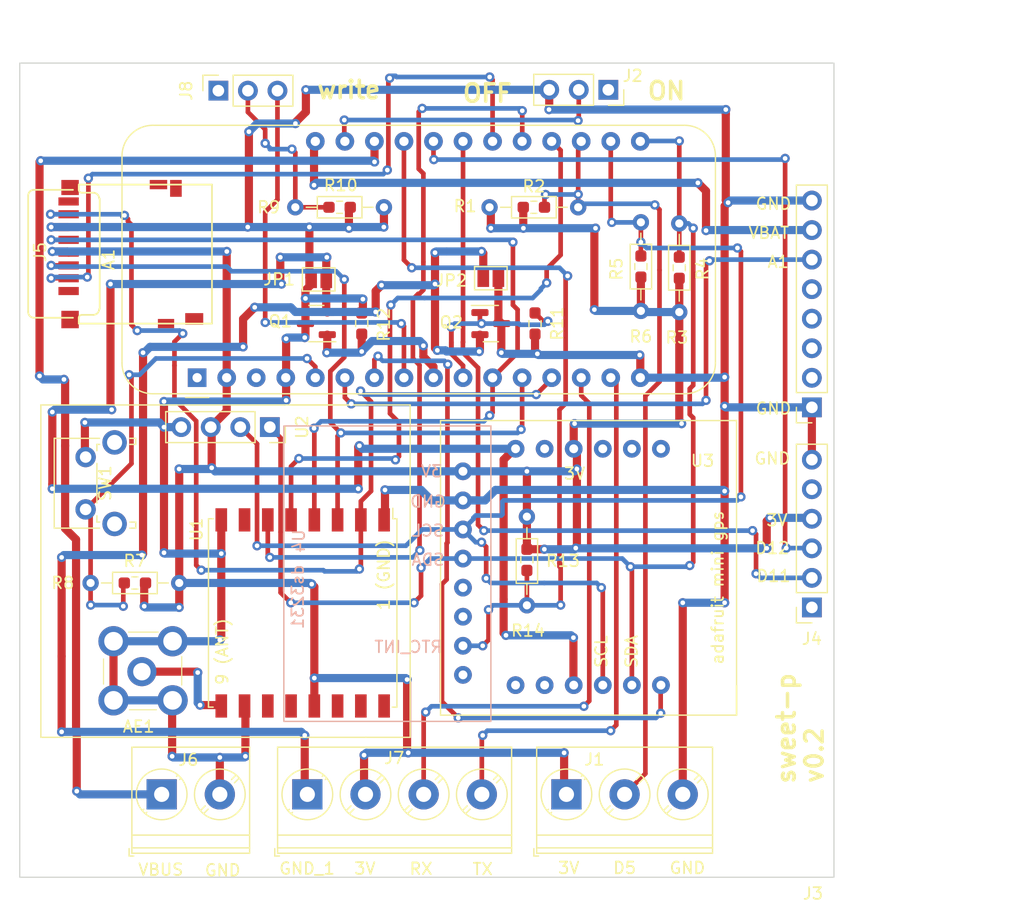
<source format=kicad_pcb>
(kicad_pcb (version 20211014) (generator pcbnew)
  (layers (0 "F.Cu" signal) (31 "B.Cu" signal) (34 "B.Paste" user) (35 "F.Paste" user) (36 "B.SilkS" user "B.Silkscreen") (37 "F.SilkS" user "F.Silkscreen") (38 "B.Mask" user) (39 "F.Mask" user) (44 "Edge.Cuts" user))
  (net 0 "")
  (net 2 "VBAT")
  (net 4 "EN")
  (net 5 "VBUS")
  (net 6 "TX2")
  (net 7 "RX2")
  (net 8 "LORA_RST")
  (net 9 "LORA_CS")
  (net 10 "ONEWIRE")
  (net 11 "TX")
  (net 12 "RX")
  (net 13 "GPS_RST")
  (net 14 "SAT_EN")
  (net 28 "GND")
  (net 29 "+3V3")
  (net 30 "WRITE_EN")
  (net 31 "GND_2")
  (net 32 "GND_1")
  (net 33 "SDA")
  (net 34 "SCL")
  (net 41 "RTC_INT")
  (net 42 "SD_CS")
  (net 43 "MOSI")
  (net 44 "SCK")
  (net 45 "MISO")
  (net 46 "GND_2_EN")
  (net 47 "GND_1_EN")
  (net 49 "BUT_A")
  (net 53 "Net-(J8-Pad2)")
  (net 54 "Net-(U1-Pad9)")
  (footprint "MountingHole:MountingHole_3.2mm_M3" (layer "F.Cu") (at 66.575 3.4)
    (fp_text reference "H4" hide)
    (fp_text value "MountingHole")
  )
  (footprint "gps:adafruit_mini_gps" (layer "F.Cu") (at 55.125 33.1625)
    (fp_text reference "U3")
    (fp_text value "Adafruit-Mini-GPS")
  )
  (footprint "Resistor_SMD:R_0603_1608Metric_Pad0.98x0.95mm_HandSolder" (layer "F.Cu") (at 56.7 17.6 90)
    (fp_text reference "R4")
    (fp_text value "4.7K")
  )
  (footprint "MountingHole:MountingHole_3.2mm_M3" (layer "F.Cu") (at 3.475 66.55)
    (fp_text reference "H2" hide)
    (fp_text value "MountingHole")
  )
  (footprint "Button_Switch_THT:SW_Tactile_SPST_Angled_PTS645Vx31-2LFS" (layer "F.Cu") (at 5.6625 38.375 90)
    (fp_text reference "SW1")
    (fp_text value "SW_Push")
  )
  (footprint "Resistor_SMD:R_0603_1608Metric_Pad0.98x0.95mm_HandSolder" (layer "F.Cu") (at 43.6 42.71 -90)
    (fp_text reference "R13")
    (fp_text value "10K")
  )
  (footprint "Package_TO_SOT_SMD:SOT-23" (layer "F.Cu") (at 40.5 22.4)
    (fp_text reference "Q2")
    (fp_text value "Q_NMOS_GDS")
  )
  (footprint "TerminalBlock_Phoenix:TerminalBlock_Phoenix_PT-1,5-2-5.0-H_1x02_P5.00mm_Horizontal" (layer "F.Cu") (at 12.2 62.875)
    (fp_text reference "J6")
    (fp_text value "Screw_Terminal_01x02")
  )
  (footprint "Resistor_SMD:R_0603_1608Metric_Pad0.98x0.95mm_HandSolder" (layer "F.Cu") (at 29.4 22.4 90)
    (fp_text reference "R12")
    (fp_text value "R")
  )
  (footprint "Resistor_THT:R_Axial_DIN0204_L3.6mm_D1.6mm_P7.62mm_Horizontal" (layer "F.Cu") (at 40.39 12.4)
    (fp_text reference "R1")
    (fp_text value "4.7K")
  )
  (footprint "MountingHole:MountingHole_3.2mm_M3" (layer "F.Cu") (at 66.55 66.55)
    (fp_text reference "H1" hide)
    (fp_text value "MountingHole")
  )
  (footprint "digikey-footprints:RF_SMA_Vertical_5-1814832-1" (layer "F.Cu") (at 10.6 52.25 180)
    (fp_text reference "AE1")
    (fp_text value "Antenna_Shield")
  )
  (footprint "MountingHole:MountingHole_3.2mm_M3" (layer "F.Cu") (at 3.45 3.45)
    (fp_text reference "H3" hide)
    (fp_text value "MountingHole")
  )
  (footprint "footprints:DM3D-SF_outline" (layer "F.Cu") (at 5.075 16.4 -90)
    (fp_text reference "J5")
    (fp_text value "Micro_SD_Card" hide)
  )
  (footprint "Package_TO_SOT_SMD:SOT-23" (layer "F.Cu") (at 25.5 22.4 180)
    (fp_text reference "Q1")
    (fp_text value "Q_NMOS_GDS")
  )
  (footprint "Resistor_SMD:R_0603_1608Metric_Pad0.98x0.95mm_HandSolder" (layer "F.Cu") (at 27.5 12.4)
    (fp_text reference "R10")
    (fp_text value "10K")
  )
  (footprint "Connector_PinSocket_2.54mm:PinSocket_1x03_P2.54mm_Vertical" (layer "F.Cu") (at 17.075 2.375 90)
    (fp_text reference "J8")
    (fp_text value "Conn_01x03_Female")
  )
  (footprint "RF_Module:HOPERF_RFM9XW_SMD" (layer "F.Cu") (at 24.325 47.275 -90)
    (fp_text reference "U1")
    (fp_text value "RFM95W-868S2")
  )
  (footprint "Resistor_THT:R_Axial_DIN0204_L3.6mm_D1.6mm_P7.62mm_Horizontal" (layer "F.Cu") (at 56.7 21.41 90)
    (fp_text reference "R3")
    (fp_text value "4.7K")
  )
  (footprint "Resistor_SMD:R_0603_1608Metric_Pad0.98x0.95mm_HandSolder" (layer "F.Cu") (at 44.3 22.4 -90)
    (fp_text reference "R11")
    (fp_text value "R")
  )
  (footprint "Jumper:SolderJumper-2_P1.3mm_Open_Pad1.0x1.5mm" (layer "F.Cu") (at 25.7 18.6)
    (fp_text reference "JP1")
    (fp_text value "SolderJumper_2_Open")
  )
  (footprint "Jumper:SolderJumper-2_P1.3mm_Open_Pad1.0x1.5mm" (layer "F.Cu") (at 40.5 18.5 180)
    (fp_text reference "JP2")
    (fp_text value "SolderJumper_2_Open")
  )
  (footprint "Resistor_THT:R_Axial_DIN0204_L3.6mm_D1.6mm_P7.62mm_Horizontal" (layer "F.Cu") (at 23.69 12.4)
    (fp_text reference "R9")
    (fp_text value "10K")
  )
  (footprint "TerminalBlock_Phoenix:TerminalBlock_Phoenix_PT-1,5-3-5.0-H_1x03_P5.00mm_Horizontal" (layer "F.Cu") (at 47 62.875)
    (fp_text reference "J1")
    (fp_text value "Screw_Terminal_01x03" hide)
  )
  (footprint "Resistor_SMD:R_0603_1608Metric_Pad0.98x0.95mm_HandSolder" (layer "F.Cu") (at 44.2 12.4)
    (fp_text reference "R2")
    (fp_text value "4.7K")
  )
  (footprint "TerminalBlock_Phoenix:TerminalBlock_Phoenix_PT-1,5-4-5.0-H_1x04_P5.00mm_Horizontal" (layer "F.Cu") (at 24.725 62.875)
    (fp_text reference "J7")
    (fp_text value "Screw_Terminal_01x04")
  )
  (footprint "Resistor_THT:R_Axial_DIN0204_L3.6mm_D1.6mm_P7.62mm_Horizontal" (layer "F.Cu") (at 53.4 21.31 90)
    (fp_text reference "R6")
    (fp_text value "4.7K")
  )
  (footprint "Resistor_SMD:R_0603_1608Metric_Pad0.98x0.95mm_HandSolder" (layer "F.Cu") (at 9.9 44.7)
    (fp_text reference "R7")
    (fp_text value "1K")
  )
  (footprint "Connector_PinSocket_2.54mm:PinSocket_1x08_P2.54mm_Vertical" (layer "F.Cu") (at 68.1 29.6 180)
    (fp_text reference "J4")
    (fp_text value "Conn_01x08_Female")
  )
  (footprint "Resistor_THT:R_Axial_DIN0204_L3.6mm_D1.6mm_P7.62mm_Horizontal" (layer "F.Cu") (at 43.6 39 -90)
    (fp_text reference "R14")
    (fp_text value "R")
  )
  (footprint "Resistor_SMD:R_0603_1608Metric_Pad0.98x0.95mm_HandSolder" (layer "F.Cu") (at 53.4 17.4975 90)
    (fp_text reference "R5")
    (fp_text value "4.7K")
  )
  (footprint "Connector_PinSocket_2.54mm:PinSocket_1x03_P2.54mm_Vertical" (layer "F.Cu") (at 50.6 2.3 -90)
    (fp_text reference "J2")
    (fp_text value "Conn_01x03_Female")
  )
  (footprint "Resistor_THT:R_Axial_DIN0204_L3.6mm_D1.6mm_P7.62mm_Horizontal" (layer "F.Cu") (at 13.71 44.7 180)
    (fp_text reference "R8")
    (fp_text value "10K")
  )
  (footprint "footprints:ssd1306_a" (layer "F.Cu") (at 21.5 31.3 -90)
    (fp_text reference "U2")
    (fp_text value "ssd1306")
  )
  (footprint "Connector_PinSocket_2.54mm:PinSocket_1x06_P2.54mm_Vertical" (layer "F.Cu") (at 68.1 46.8 180)
    (fp_text reference "J3")
    (fp_text value "Conn_01x06_Female")
  )
  (footprint "Module:Adafruit_Feather" (layer "F.Cu") (at 15.25 27.0525 90)
    (fp_text reference "A1")
    (fp_text value "Adafruit_Feather_M0_Express")
  )
  (footprint "footprints:ds3231_adafruit_breakout" (layer "B.Cu") (at 40.505 43.9 -90)
    (fp_text reference "U4")
    (fp_text value "ds3231")
  )
  (gr_rect (start 0 0) (end 70 70) (layer "Edge.Cuts") (width 0.1) (fill none))
  (gr_text "SDA" (at 35.1 42.7) (layer "B.SilkS") (effects (font (size 1 1)) (justify mirror)))
  (gr_text "3V" (at 35.4 35.1) (layer "B.SilkS") (effects (font (size 1 1)) (justify mirror)))
  (gr_text "RTC_INT" (at 33.4 50.2) (layer "B.SilkS") (effects (font (size 1 1)) (justify mirror)))
  (gr_text "GND" (at 35.1 37.7) (layer "B.SilkS") (effects (font (size 1 1)) (justify mirror)))
  (gr_text "SCL" (at 35.1 40.2) (layer "B.SilkS") (effects (font (size 1 1)) (justify mirror)))
  (gr_text "SCL" (at 50 50.6 90) (layer "F.SilkS") (effects (font (size 1 1))))
  (gr_text "sweet-p" (at 65.9 57.2 90) (layer "F.SilkS") (effects (font (size 1.5 1.5) (thickness 0.3))))
  (gr_text "GND" (at 64.8 29.7) (layer "F.SilkS") (effects (font (size 1 1))))
  (gr_text "GND" (at 17.45 69.4) (layer "F.SilkS") (effects (font (size 1 1))))
  (gr_text "ON" (at 55.6 2.4) (layer "F.SilkS") (effects (font (size 1.5 1.5) (thickness 0.3))))
  (gr_text "SDA" (at 52.6 50.6 90) (layer "F.SilkS") (effects (font (size 1 1))))
  (gr_text "OFF" (at 40.2 2.6) (layer "F.SilkS") (effects (font (size 1.5 1.5) (thickness 0.3))))
  (gr_text "GND" (at 64.7 34) (layer "F.SilkS") (effects (font (size 1 1))))
  (gr_text "GND_1" (at 24.7 69.25) (layer "F.SilkS") (effects (font (size 1 1))))
  (gr_text "D12" (at 64.7 41.7) (layer "F.SilkS") (effects (font (size 1 1))))
  (gr_text "3V" (at 29.675 69.25) (layer "F.SilkS") (effects (font (size 1 1))))
  (gr_text "GND" (at 64.8 12.1) (layer "F.SilkS") (effects (font (size 1 1))))
  (gr_text "RX" (at 34.5 69.275) (layer "F.SilkS") (effects (font (size 1 1))))
  (gr_text "VBUS" (at 12.125 69.35) (layer "F.SilkS") (effects (font (size 1 1))))
  (gr_text "3V" (at 47.2 69.2) (layer "F.SilkS") (effects (font (size 1 1))))
  (gr_text "write" (at 28.3 2.3) (layer "F.SilkS") (effects (font (size 1.5 1.5) (thickness 0.3))))
  (gr_text "1 (GND)" (at 31.3 44 90) (layer "F.SilkS") (effects (font (size 1 1))))
  (gr_text "TX" (at 39.8 69.3) (layer "F.SilkS") (effects (font (size 1 1))))
  (gr_text "D11" (at 64.8 44.1) (layer "F.SilkS") (effects (font (size 1 1))))
  (gr_text "A1" (at 65.2 17.1) (layer "F.SilkS") (effects (font (size 1 1))))
  (gr_text "v0.2" (at 68.3 59.5 90) (layer "F.SilkS") (effects (font (size 1.5 1.5) (thickness 0.3))))
  (gr_text "VBAT" (at 64.4 14.6) (layer "F.SilkS") (effects (font (size 1 1))))
  (gr_text "D5" (at 52 69.2) (layer "F.SilkS") (effects (font (size 1 1))))
  (gr_text "GND" (at 57.4 69.2) (layer "F.SilkS") (effects (font (size 1 1))))
  (gr_text "9 (ANT)" (at 17.4 50.6 90) (layer "F.SilkS") (effects (font (size 1 1))))
  (gr_text "3V" (at 65.1 39.3) (layer "F.SilkS") (effects (font (size 1 1))))
  (gr_text "3V" (at 47.7 35.3) (layer "F.SilkS") (effects (font (size 1 1))))
  (segment (start 25.3 10.5) (end 25.3 6.8425) (width 0.7) (layer "F.Cu") (net 2))
  (segment (start 25.3 6.8425) (end 25.41 6.7325) (width 0.7) (layer "F.Cu") (net 2))
  (segment (start 59 14.4) (end 59 11) (width 0.7) (layer "F.Cu") (net 2))
  (segment (start 59 11) (end 58.3 10.3) (width 0.7) (layer "F.Cu") (net 2))
  (via (at 25.3 10.5) (size 0.8) (drill 0.4) (layers "F.Cu" "B.Cu") (net 2))
  (via (at 58.3 10.3) (size 0.8) (drill 0.4) (layers "F.Cu" "B.Cu") (net 2))
  (via (at 59 14.4) (size 0.8) (drill 0.4) (layers "F.Cu" "B.Cu") (net 2))
  (segment (start 68.1 14.36) (end 59.04 14.36) (width 0.7) (layer "B.Cu") (net 2))
  (segment (start 59.04 14.36) (end 59 14.4) (width 0.7) (layer "B.Cu") (net 2))
  (segment (start 58.3 10.3) (end 25.5 10.3) (width 0.7) (layer "B.Cu") (net 2))
  (segment (start 25.5 10.3) (end 25.3 10.5) (width 0.7) (layer "B.Cu") (net 2))
  (segment (start 27.9 4.9) (end 27.9 6.6825) (width 0.4) (layer "F.Cu") (net 4))
  (segment (start 27.9 6.6825) (end 27.95 6.7325) (width 0.4) (layer "F.Cu") (net 4))
  (segment (start 48.06 4.8895) (end 48 4.9495) (width 0.4) (layer "F.Cu") (net 4))
  (segment (start 48.06 2.3) (end 48.06 4.8895) (width 0.4) (layer "F.Cu") (net 4))
  (via (at 48 4.9495) (size 0.8) (drill 0.4) (layers "F.Cu" "B.Cu") (net 4))
  (via (at 27.9 4.9) (size 0.8) (drill 0.4) (layers "F.Cu" "B.Cu") (net 4))
  (segment (start 48 4.9495) (end 47.9505 4.9) (width 0.4) (layer "B.Cu") (net 4))
  (segment (start 47.9505 4.9) (end 27.9 4.9) (width 0.4) (layer "B.Cu") (net 4))
  (segment (start 30.5 6.7425) (end 30.49 6.7325) (width 0.7) (layer "F.Cu") (net 5))
  (segment (start 4.9 62.6) (end 4.9 57.5) (width 0.7) (layer "F.Cu") (net 5))
  (segment (start 30.5 8.5) (end 30.5 6.7425) (width 0.7) (layer "F.Cu") (net 5))
  (segment (start 1.7 8.5) (end 1.8 8.4) (width 0.7) (layer "F.Cu") (net 5))
  (segment (start 4.9 57.5) (end 4.84 57.44) (width 0.7) (layer "F.Cu") (net 5))
  (segment (start 3.9 32.9) (end 3.9 27.3) (width 0.7) (layer "F.Cu") (net 5))
  (segment (start 3.9 27.3) (end 3.8 27.2) (width 0.7) (layer "F.Cu") (net 5))
  (segment (start 1.7 26.9) (end 1.7 8.5) (width 0.7) (layer "F.Cu") (net 5))
  (segment (start 4.84 57.44) (end 4.84 40.96) (width 0.7) (layer "F.Cu") (net 5))
  (segment (start 3.9 40.02) (end 3.9 32.9) (width 0.7) (layer "F.Cu") (net 5))
  (segment (start 4.84 40.96) (end 3.9 40.02) (width 0.7) (layer "F.Cu") (net 5))
  (via (at 3.8 27.2) (size 0.8) (drill 0.4) (layers "F.Cu" "B.Cu") (net 5))
  (via (at 30.5 8.5) (size 0.8) (drill 0.4) (layers "F.Cu" "B.Cu") (net 5))
  (via (at 1.7 26.9) (size 0.8) (drill 0.4) (layers "F.Cu" "B.Cu") (net 5))
  (via (at 1.8 8.4) (size 0.8) (drill 0.4) (layers "F.Cu" "B.Cu") (net 5))
  (via (at 4.9 62.6) (size 0.8) (drill 0.4) (layers "F.Cu" "B.Cu") (net 5))
  (segment (start 3.8 27.2) (end 2 27.2) (width 0.7) (layer "B.Cu") (net 5))
  (segment (start 1.8 8.4) (end 30.4 8.4) (width 0.7) (layer "B.Cu") (net 5))
  (segment (start 5.175 62.875) (end 4.9 62.6) (width 0.7) (layer "B.Cu") (net 5))
  (segment (start 12.2 62.875) (end 5.175 62.875) (width 0.7) (layer "B.Cu") (net 5))
  (segment (start 2 27.2) (end 1.7 26.9) (width 0.7) (layer "B.Cu") (net 5))
  (segment (start 30.4 8.4) (end 30.5 8.5) (width 0.7) (layer "B.Cu") (net 5))
  (segment (start 65.8 8.2) (end 65.8 39.1) (width 0.4) (layer "F.Cu") (net 6))
  (segment (start 35.57 8.27) (end 35.6 8.3) (width 0.4) (layer "F.Cu") (net 6))
  (segment (start 35.57 6.7325) (end 35.57 8.27) (width 0.4) (layer "F.Cu") (net 6))
  (segment (start 65.8 39.1) (end 65.8 41.6) (width 0.4) (layer "F.Cu") (net 6))
  (segment (start 65.8 41.6) (end 65.9 41.7) (width 0.4) (layer "F.Cu") (net 6))
  (via (at 65.9 41.7) (size 0.8) (drill 0.4) (layers "F.Cu" "B.Cu") (net 6))
  (via (at 65.8 8.2) (size 0.8) (drill 0.4) (layers "F.Cu" "B.Cu") (net 6))
  (via (at 35.6 8.3) (size 0.8) (drill 0.4) (layers "F.Cu" "B.Cu") (net 6))
  (segment (start 68.08 41.7) (end 68.1 41.72) (width 0.4) (layer "B.Cu") (net 6))
  (segment (start 35.6 8.3) (end 65.7 8.3) (width 0.4) (layer "B.Cu") (net 6))
  (segment (start 65.7 8.3) (end 65.8 8.2) (width 0.4) (layer "B.Cu") (net 6))
  (segment (start 65.9 41.7) (end 68.08 41.7) (width 0.4) (layer "B.Cu") (net 6))
  (segment (start 38.1 24.9) (end 38.1 24) (width 0.4) (layer "F.Cu") (net 7))
  (segment (start 39.9 40.2) (end 39.4 39.7) (width 0.4) (layer "F.Cu") (net 7))
  (segment (start 63.3 40.5) (end 63 40.2) (width 0.4) (layer "F.Cu") (net 7))
  (segment (start 63.3 43.9) (end 63.3 40.5) (width 0.4) (layer "F.Cu") (net 7))
  (segment (start 38.1 24) (end 38.11 23.99) (width 0.4) (layer "F.Cu") (net 7))
  (segment (start 38.11 23.99) (end 38.11 6.7325) (width 0.4) (layer "F.Cu") (net 7))
  (segment (start 39.4 39.7) (end 39.4 26.2) (width 0.4) (layer "F.Cu") (net 7))
  (segment (start 39.4 26.2) (end 38.1 24.9) (width 0.4) (layer "F.Cu") (net 7))
  (via (at 63.3 43.9) (size 0.8) (drill 0.4) (layers "F.Cu" "B.Cu") (net 7))
  (via (at 63 40.2) (size 0.8) (drill 0.4) (layers "F.Cu" "B.Cu") (net 7))
  (via (at 39.9 40.2) (size 0.8) (drill 0.4) (layers "F.Cu" "B.Cu") (net 7))
  (segment (start 63.66 44.26) (end 63.3 43.9) (width 0.4) (layer "B.Cu") (net 7))
  (segment (start 68.1 44.26) (end 63.66 44.26) (width 0.4) (layer "B.Cu") (net 7))
  (segment (start 39.9 40.2) (end 63 40.2) (width 0.4) (layer "B.Cu") (net 7))
  (segment (start 34.7 9.5) (end 34.3 9.1) (width 0.4) (layer "F.Cu") (net 8))
  (segment (start 43.2 4.1) (end 43.2 6.7225) (width 0.4) (layer "F.Cu") (net 8))
  (segment (start 21.325 42.325) (end 21.5 42.5) (width 0.4) (layer "F.Cu") (net 8))
  (segment (start 34.6 19.6) (end 34.7 19.5) (width 0.4) (layer "F.Cu") (net 8))
  (segment (start 34.4 41.9) (end 34.23 41.73) (width 0.4) (layer "F.Cu") (net 8))
  (segment (start 34.3 9.1) (end 34.3 4.2) (width 0.4) (layer "F.Cu") (net 8))
  (segment (start 34.3 4.2) (end 34.6 3.9) (width 0.4) (layer "F.Cu") (net 8))
  (segment (start 34.25 19.85) (end 33.8 20.3) (width 0.4) (layer "F.Cu") (net 8))
  (segment (start 43.2 6.7225) (end 43.19 6.7325) (width 0.4) (layer "F.Cu") (net 8))
  (segment (start 34.7 19.5) (end 34.7 17.1) (width 0.4) (layer "F.Cu") (net 8))
  (segment (start 34.7 17.1) (end 34.7 9.5) (width 0.4) (layer "F.Cu") (net 8))
  (segment (start 34.35 19.85) (end 34.25 19.85) (width 0.4) (layer "F.Cu") (net 8))
  (segment (start 34.23 19.97) (end 34.35 19.85) (width 0.4) (layer "F.Cu") (net 8))
  (segment (start 34.35 19.85) (end 34.6 19.6) (width 0.4) (layer "F.Cu") (net 8))
  (segment (start 33.8 20.3) (end 33.8 25.4) (width 0.4) (layer "F.Cu") (net 8))
  (segment (start 34.37 25.97) (end 34.37 41.87) (width 0.4) (layer "F.Cu") (net 8))
  (segment (start 33.8 25.4) (end 34.37 25.97) (width 0.4) (layer "F.Cu") (net 8))
  (segment (start 34.37 41.87) (end 34.4 41.9) (width 0.4) (layer "F.Cu") (net 8))
  (segment (start 21.325 39.275) (end 21.325 42.325) (width 0.4) (layer "F.Cu") (net 8))
  (via (at 34.4 41.9) (size 0.8) (drill 0.4) (layers "F.Cu" "B.Cu") (net 8))
  (via (at 43.2 4.1) (size 0.8) (drill 0.4) (layers "F.Cu" "B.Cu") (net 8))
  (via (at 21.5 42.5) (size 0.8) (drill 0.4) (layers "F.Cu" "B.Cu") (net 8))
  (via (at 34.6 3.9) (size 0.8) (drill 0.4) (layers "F.Cu" "B.Cu") (net 8))
  (segment (start 43 3.9) (end 43.2 4.1) (width 0.4) (layer "B.Cu") (net 8))
  (segment (start 33.8 42.5) (end 34.4 41.9) (width 0.4) (layer "B.Cu") (net 8))
  (segment (start 21.5 42.5) (end 33.8 42.5) (width 0.4) (layer "B.Cu") (net 8))
  (segment (start 34.6 3.9) (end 43 3.9) (width 0.4) (layer "B.Cu") (net 8))
  (segment (start 45.73 6.7325) (end 46.5 7.5025) (width 0.4) (layer "F.Cu") (net 9))
  (segment (start 31.83 30.13) (end 32.6 30.9) (width 0.4) (layer "F.Cu") (net 9))
  (segment (start 31.9 20.8) (end 31.83 20.87) (width 0.4) (layer "F.Cu") (net 9))
  (segment (start 45.8 17.2) (end 45.3 17.7) (width 0.4) (layer "F.Cu") (net 9))
  (segment (start 32.6 30.9) (end 32.6 33.812) (width 0.4) (layer "F.Cu") (net 9))
  (segment (start 46.5 7.5025) (end 46.5 16.5) (width 0.4) (layer "F.Cu") (net 9))
  (segment (start 24 34) (end 23.325 34.675) (width 0.4) (layer "F.Cu") (net 9))
  (segment (start 31.83 20.87) (end 31.83 30.13) (width 0.4) (layer "F.Cu") (net 9))
  (segment (start 46.5 16.5) (end 45.8 17.2) (width 0.4) (layer "F.Cu") (net 9))
  (segment (start 32.6 33.812) (end 32.3 34.112) (width 0.4) (layer "F.Cu") (net 9))
  (segment (start 45.3 17.7) (end 45.3 18.9) (width 0.4) (layer "F.Cu") (net 9))
  (segment (start 23.325 34.675) (end 23.325 39.275) (width 0.4) (layer "F.Cu") (net 9))
  (via (at 32.3 34.112) (size 0.8) (drill 0.4) (layers "F.Cu" "B.Cu") (net 9))
  (via (at 31.9 20.8) (size 0.8) (drill 0.4) (layers "F.Cu" "B.Cu") (net 9))
  (via (at 45.3 18.9) (size 0.8) (drill 0.4) (layers "F.Cu" "B.Cu") (net 9))
  (via (at 24 34) (size 0.8) (drill 0.4) (layers "F.Cu" "B.Cu") (net 9))
  (segment (start 44.1 20.2) (end 34.8 20.2) (width 0.4) (layer "B.Cu") (net 9))
  (segment (start 44.8 19.4) (end 44.8 19.5) (width 0.4) (layer "B.Cu") (net 9))
  (segment (start 32.5 20.2) (end 31.9 20.8) (width 0.4) (layer "B.Cu") (net 9))
  (segment (start 32.188 34) (end 24 34) (width 0.4) (layer "B.Cu") (net 9))
  (segment (start 34.8 20.2) (end 32.5 20.2) (width 0.4) (layer "B.Cu") (net 9))
  (segment (start 32.3 34.112) (end 32.188 34) (width 0.4) (layer "B.Cu") (net 9))
  (segment (start 44.8 19.5) (end 44.1 20.2) (width 0.4) (layer "B.Cu") (net 9))
  (segment (start 45.3 18.9) (end 44.8 19.4) (width 0.4) (layer "B.Cu") (net 9))
  (segment (start 48.01 12.4) (end 48.01 11.29) (width 0.4) (layer "F.Cu") (net 10))
  (segment (start 48.01 6.9925) (end 48.27 6.7325) (width 0.4) (layer "F.Cu") (net 10))
  (segment (start 55 17.8) (end 55 12.6) (width 0.4) (layer "F.Cu") (net 10))
  (segment (start 45.1125 11.3875) (end 45.2 11.3) (width 0.4) (layer "F.Cu") (net 10))
  (segment (start 52 62.875) (end 53.787 61.088) (width 0.4) (layer "F.Cu") (net 10))
  (segment (start 54.5 27.9) (end 55 27.4) (width 0.4) (layer "F.Cu") (net 10))
  (segment (start 55 27.4) (end 55 17.8) (width 0.4) (layer "F.Cu") (net 10))
  (segment (start 48.01 11.29) (end 48.01 6.9925) (width 0.4) (layer "F.Cu") (net 10))
  (segment (start 53.787 61.088) (end 53.787 28.613) (width 0.4) (layer "F.Cu") (net 10))
  (segment (start 45.1125 12.4) (end 45.1125 11.3875) (width 0.4) (layer "F.Cu") (net 10))
  (segment (start 53.787 28.613) (end 54.5 27.9) (width 0.4) (layer "F.Cu") (net 10))
  (segment (start 55 12.6) (end 54.6 12.2) (width 0.4) (layer "F.Cu") (net 10))
  (via (at 54.6 12.2) (size 0.8) (drill 0.4) (layers "F.Cu" "B.Cu") (net 10))
  (via (at 48.01 11.29) (size 0.8) (drill 0.4) (layers "F.Cu" "B.Cu") (net 10))
  (via (at 45.2 11.3) (size 0.8) (drill 0.4) (layers "F.Cu" "B.Cu") (net 10))
  (segment (start 48 11.3) (end 48.01 11.29) (width 0.4) (layer "B.Cu") (net 10))
  (segment (start 54.5 12.1) (end 48.31 12.1) (width 0.4) (layer "B.Cu") (net 10))
  (segment (start 48.31 12.1) (end 48.01 12.4) (width 0.4) (layer "B.Cu") (net 10))
  (segment (start 54.6 12.2) (end 54.5 12.1) (width 0.4) (layer "B.Cu") (net 10))
  (segment (start 45.2 11.3) (end 48 11.3) (width 0.4) (layer "B.Cu") (net 10))
  (segment (start 50.81 27.0525) (end 51.287 27.5295) (width 0.4) (layer "F.Cu") (net 11))
  (segment (start 39.725 57.875) (end 39.725 62.875) (width 0.4) (layer "F.Cu") (net 11))
  (segment (start 51.287 56.913) (end 50.8 57.4) (width 0.4) (layer "F.Cu") (net 11))
  (segment (start 39.8 57.8) (end 39.725 57.875) (width 0.4) (layer "F.Cu") (net 11))
  (segment (start 51.287 27.5295) (end 51.287 56.913) (width 0.4) (layer "F.Cu") (net 11))
  (via (at 39.8 57.8) (size 0.8) (drill 0.4) (layers "F.Cu" "B.Cu") (net 11))
  (via (at 50.8 57.4) (size 0.8) (drill 0.4) (layers "F.Cu" "B.Cu") (net 11))
  (segment (start 50.8 57.4) (end 40.2 57.4) (width 0.4) (layer "B.Cu") (net 11))
  (segment (start 40.2 57.4) (end 39.8 57.8) (width 0.4) (layer "B.Cu") (net 11))
  (segment (start 48.27 27.0525) (end 48.27 28.57) (width 0.4) (layer "F.Cu") (net 12))
  (segment (start 48.963 29.263) (end 48.963 54.837) (width 0.4) (layer "F.Cu") (net 12))
  (segment (start 34.9 55.8) (end 34.725 55.975) (width 0.4) (layer "F.Cu") (net 12))
  (segment (start 48.27 28.57) (end 48.9 29.2) (width 0.4) (layer "F.Cu") (net 12))
  (segment (start 48.9 29.2) (end 48.963 29.263) (width 0.4) (layer "F.Cu") (net 12))
  (segment (start 48.963 54.837) (end 48.5 55.3) (width 0.4) (layer "F.Cu") (net 12))
  (segment (start 34.725 55.975) (end 34.725 62.875) (width 0.4) (layer "F.Cu") (net 12))
  (via (at 48.5 55.3) (size 0.8) (drill 0.4) (layers "F.Cu" "B.Cu") (net 12))
  (via (at 34.9 55.8) (size 0.8) (drill 0.4) (layers "F.Cu" "B.Cu") (net 12))
  (segment (start 35.4 55.3) (end 34.9 55.8) (width 0.4) (layer "B.Cu") (net 12))
  (segment (start 48.5 55.3) (end 35.4 55.3) (width 0.4) (layer "B.Cu") (net 12))
  (segment (start 55.1 55.9) (end 55.1 53.5075) (width 0.4) (layer "F.Cu") (net 13))
  (segment (start 30.49 25.51) (end 30.8 25.2) (width 0.4) (layer "F.Cu") (net 13))
  (segment (start 36.77 25.93) (end 36.77 41.23) (width 0.4) (layer "F.Cu") (net 13))
  (segment (start 36.77 41.23) (end 36.7 41.3) (width 0.4) (layer "F.Cu") (net 13))
  (segment (start 55.1 53.5075) (end 55.125 53.4825) (width 0.4) (layer "F.Cu") (net 13))
  (segment (start 36.7 41.3) (end 36.7 44.4) (width 0.4) (layer "F.Cu") (net 13))
  (segment (start 36.7 44.4) (end 36.3 44.8) (width 0.4) (layer "F.Cu") (net 13))
  (segment (start 36.8 25.9) (end 36.77 25.93) (width 0.4) (layer "F.Cu") (net 13))
  (segment (start 36.3 54.9) (end 37.7 56.3) (width 0.4) (layer "F.Cu") (net 13))
  (segment (start 30.49 27.0525) (end 30.49 25.51) (width 0.4) (layer "F.Cu") (net 13))
  (segment (start 36.3 44.8) (end 36.3 54.9) (width 0.4) (layer "F.Cu") (net 13))
  (via (at 30.8 25.2) (size 0.8) (drill 0.4) (layers "F.Cu" "B.Cu") (net 13))
  (via (at 36.8 25.9) (size 0.8) (drill 0.4) (layers "F.Cu" "B.Cu") (net 13))
  (via (at 55.1 55.9) (size 0.8) (drill 0.4) (layers "F.Cu" "B.Cu") (net 13))
  (via (at 37.7 56.3) (size 0.8) (drill 0.4) (layers "F.Cu" "B.Cu") (net 13))
  (segment (start 30.8 25.2) (end 31.2 25.6) (width 0.4) (layer "B.Cu") (net 13))
  (segment (start 37.7 56.3) (end 54.7 56.3) (width 0.4) (layer "B.Cu") (net 13))
  (segment (start 31.2 25.6) (end 36.5 25.6) (width 0.4) (layer "B.Cu") (net 13))
  (segment (start 54.7 56.3) (end 55.1 55.9) (width 0.4) (layer "B.Cu") (net 13))
  (segment (start 36.5 25.6) (end 36.8 25.9) (width 0.4) (layer "B.Cu") (net 13))
  (segment (start 27.95 27.0525) (end 27.95 28.75) (width 0.4) (layer "F.Cu") (net 14))
  (segment (start 59 29) (end 59 17.3) (width 0.4) (layer "F.Cu") (net 14))
  (segment (start 27.95 28.75) (end 28.5 29.3) (width 0.4) (layer "F.Cu") (net 14))
  (segment (start 59 17.3) (end 59.3 17) (width 0.4) (layer "F.Cu") (net 14))
  (via (at 59.3 17) (size 0.8) (drill 0.4) (layers "F.Cu" "B.Cu") (net 14))
  (via (at 28.5 29.3) (size 0.8) (drill 0.4) (layers "F.Cu" "B.Cu") (net 14))
  (via (at 59 29) (size 0.8) (drill 0.4) (layers "F.Cu" "B.Cu") (net 14))
  (segment (start 28.5 29.3) (end 58.1 29.3) (width 0.4) (layer "B.Cu") (net 14))
  (segment (start 59.3 17) (end 59.4 16.9) (width 0.4) (layer "B.Cu") (net 14))
  (segment (start 58.1 29.3) (end 58.7 29.3) (width 0.4) (layer "B.Cu") (net 14))
  (segment (start 59.4 16.9) (end 68.1 16.9) (width 0.4) (layer "B.Cu") (net 14))
  (segment (start 58.7 29.3) (end 59 29) (width 0.4) (layer "B.Cu") (net 14))
  (segment (start 45.52 3.98) (end 45.5 4) (width 0.7) (layer "F.Cu") (net 28))
  (segment (start 25.05 19.05) (end 24.5625 19.5375) (width 0.7) (layer "F.Cu") (net 28))
  (segment (start 31.4 39.2) (end 31.325 39.275) (width 0.7) (layer "F.Cu") (net 28))
  (segment (start 31.31 12.4) (end 31.31 14.09) (width 0.7) (layer "F.Cu") (net 28))
  (segment (start 24.5625 23.5375) (end 24.5 23.6) (width 0.7) (layer "F.Cu") (net 28))
  (segment (start 28.3 14.2) (end 28.3 12.5125) (width 0.7) (layer "F.Cu") (net 28))
  (segment (start 53.35 25.15) (end 53.3 25.1) (width 0.7) (layer "F.Cu") (net 28))
  (segment (start 24.6 2.3) (end 24.6 4.2) (width 0.7) (layer "F.Cu") (net 28))
  (segment (start 28.3 12.5125) (end 28.4125 12.4) (width 0.7) (layer "F.Cu") (net 28))
  (segment (start 24.5625 22.4) (end 24.5625 23.5375) (width 0.7) (layer "F.Cu") (net 28))
  (segment (start 24.9 18.45) (end 25.05 18.6) (width 0.7) (layer "F.Cu") (net 28))
  (segment (start 17.325 49.475) (end 17.325 39.275) (width 0.7) (layer "F.Cu") (net 28))
  (segment (start 60.6 36.8) (end 60.6 29.5) (width 0.7) (layer "F.Cu") (net 28))
  (segment (start 25.05 18.6) (end 25.05 19.05) (width 0.7) (layer "F.Cu") (net 28))
  (segment (start 5.6 33.8125) (end 5.6625 33.875) (width 0.7) (layer "F.Cu") (net 28))
  (segment (start 17.2 62.875) (end 17.2 59.7) (width 0.7) (layer "F.Cu") (net 28))
  (segment (start 23.7 5.1) (end 23.7 5.2) (width 0.7) (layer "F.Cu") (net 28))
  (segment (start 60.6 46.4) (end 60.6 36.8) (width 0.7) (layer "F.Cu") (net 28))
  (segment (start 68.1 29.6) (end 68.1 34.1) (width 0.7) (layer "F.Cu") (net 28))
  (segment (start 29.5 21.3875) (end 29.4 21.4875) (width 0.7) (layer "F.Cu") (net 28))
  (segment (start 31.4 36.7) (end 31.4 39.2) (width 0.7) (layer "F.Cu") (net 28))
  (segment (start 22.9 27.0225) (end 22.87 27.0525) (width 0.7) (layer "F.Cu") (net 28))
  (segment (start 19.7 5.9) (end 19.7 14) (width 0.7) (layer "F.Cu") (net 28))
  (segment (start 2.7 14.1) (end 4.2 14.1) (width 0.7) (layer "F.Cu") (net 28))
  (segment (start 12.4 42.1) (end 12.4 31.3) (width 0.7) (layer "F.Cu") (net 28))
  (segment (start 57 62.875) (end 57 46.4) (width 0.7) (layer "F.Cu") (net 28))
  (segment (start 24.5625 19.5375) (end 24.5625 22.4) (width 0.7) (layer "F.Cu") (net 28))
  (segment (start 19.4 55.35) (end 19.325 55.275) (width 0.7) (layer "F.Cu") (net 28))
  (segment (start 44.3 23.3125) (end 44.3 24.8) (width 0.7) (layer "F.Cu") (net 28))
  (segment (start 60.7 4.4) (end 60.7 4) (width 0.7) (layer "F.Cu") (net 28))
  (segment (start 31.31 14.09) (end 31.3 14.1) (width 0.7) (layer "F.Cu") (net 28))
  (segment (start 24.9 14.1) (end 24.9 18.45) (width 0.7) (layer "F.Cu") (net 28))
  (segment (start 45.52 2.3) (end 45.52 3.98) (width 0.7) (layer "F.Cu") (net 28))
  (segment (start 17.2 49.6) (end 17.325 49.475) (width 0.7) (layer "F.Cu") (net 28))
  (segment (start 60.6 27) (end 60.6 12.3) (width 0.7) (layer "F.Cu") (net 28))
  (segment (start 13.1 54.83) (end 13.14 54.79) (width 0.7) (layer "F.Cu") (net 28))
  (segment (start 60.6 29.5) (end 60.6 27) (width 0.7) (layer "F.Cu") (net 28))
  (segment (start 13.1 59.6) (end 13.1 54.83) (width 0.7) (layer "F.Cu") (net 28))
  (segment (start 8.06 54.79) (end 8.06 49.71) (width 0.7) (layer "F.Cu") (net 28))
  (segment (start 22.9 29) (end 22.9 27.0825) (width 0.7) (layer "F.Cu") (net 28))
  (segment (start 53.35 27.0525) (end 53.35 25.15) (width 0.7) (layer "F.Cu") (net 28))
  (segment (start 22.9 27.0825) (end 22.87 27.0525) (width 0.7) (layer "F.Cu") (net 28))
  (segment (start 19.7 14) (end 19.6 14.1) (width 0.7) (layer "F.Cu") (net 28))
  (segment (start 41.4 24.9) (end 41.4 22.4375) (width 0.7) (layer "F.Cu") (net 28))
  (segment (start 29.5 20.3) (end 29.5 21.3875) (width 0.7) (layer "F.Cu") (net 28))
  (segment (start 41.15 18.5) (end 41.15 22.1125) (width 0.7) (layer "F.Cu") (net 28))
  (segment (start 60.7 11.8) (end 60.9 12) (width 0.7) (layer "F.Cu") (net 28))
  (segment (start 22.9 23.7) (end 22.9 27.0225) (width 0.7) (layer "F.Cu") (net 28))
  (segment (start 12.4 31.3) (end 12.4 29.1) (width 0.7) (layer "F.Cu") (net 28))
  (segment (start 44.3 24.8) (end 44.5 25) (width 0.7) (layer "F.Cu") (net 28))
  (segment (start 41.15 22.1125) (end 41.4375 22.4) (width 0.7) (layer "F.Cu") (net 28))
  (segment (start 60.6 12.3) (end 60.9 12) (width 0.7) (layer "F.Cu") (net 28))
  (segment (start 19.4 59.6) (end 19.4 55.35) (width 0.7) (layer "F.Cu") (net 28))
  (segment (start 5.6 30.9) (end 5.6 33.8125) (width 0.7) (layer "F.Cu") (net 28))
  (segment (start 24.6 4.2) (end 23.7 5.1) (width 0.7) (layer "F.Cu") (net 28))
  (segment (start 60.7 4.4) (end 60.7 11.8) (width 0.7) (layer "F.Cu") (net 28))
  (segment (start 41.4 22.4375) (end 41.4375 22.4) (width 0.7) (layer "F.Cu") (net 28))
  (via (at 23.7 5.2) (size 0.8) (drill 0.4) (layers "F.Cu" "B.Cu") (net 28))
  (via (at 60.6 46.4) (size 0.8) (drill 0.4) (layers "F.Cu" "B.Cu") (net 28))
  (via (at 28.3 14.2) (size 0.8) (drill 0.4) (layers "F.Cu" "B.Cu") (net 28))
  (via (at 53.3 25.1) (size 0.8) (drill 0.4) (layers "F.Cu" "B.Cu") (net 28))
  (via (at 22.9 23.7) (size 0.8) (drill 0.4) (layers "F.Cu" "B.Cu") (net 28))
  (via (at 60.6 27) (size 0.8) (drill 0.4) (layers "F.Cu" "B.Cu") (net 28))
  (via (at 19.6 14.1) (size 0.8) (drill 0.4) (layers "F.Cu" "B.Cu") (net 28))
  (via (at 24.9 14.1) (size 0.8) (drill 0.4) (layers "F.Cu" "B.Cu") (net 28))
  (via (at 17.2 49.6) (size 0.8) (drill 0.4) (layers "F.Cu" "B.Cu") (net 28))
  (via (at 5.6 30.9) (size 0.8) (drill 0.4) (layers "F.Cu" "B.Cu") (net 28))
  (via (at 41.4 24.9) (size 0.8) (drill 0.4) (layers "F.Cu" "B.Cu") (net 28))
  (via (at 24.5 23.6) (size 0.8) (drill 0.4) (layers "F.Cu" "B.Cu") (net 28))
  (via (at 57 46.4) (size 0.8) (drill 0.4) (layers "F.Cu" "B.Cu") (net 28))
  (via (at 2.7 14.1) (size 0.8) (drill 0.4) (layers "F.Cu" "B.Cu") (net 28))
  (via (at 12.4 29.1) (size 0.8) (drill 0.4) (layers "F.Cu" "B.Cu") (net 28))
  (via (at 17.2 59.7) (size 0.8) (drill 0.4) (layers "F.Cu" "B.Cu") (net 28))
  (via (at 29.5 20.3) (size 0.8) (drill 0.4) (layers "F.Cu" "B.Cu") (net 28))
  (via (at 22.9 29) (size 0.8) (drill 0.4) (layers "F.Cu" "B.Cu") (net 28))
  (via (at 60.7 4) (size 0.8) (drill 0.4) (layers "F.Cu" "B.Cu") (net 28))
  (via (at 60.6 29.5) (size 0.8) (drill 0.4) (layers "F.Cu" "B.Cu") (net 28))
  (via (at 45.5 4) (size 0.8) (drill 0.4) (layers "F.Cu" "B.Cu") (net 28))
  (via (at 60.9 12) (size 0.8) (drill 0.4) (layers "F.Cu" "B.Cu") (net 28))
  (via (at 13.1 59.6) (size 0.8) (drill 0.4) (layers "F.Cu" "B.Cu") (net 28))
  (via (at 44.5 25) (size 0.8) (drill 0.4) (layers "F.Cu" "B.Cu") (net 28))
  (via (at 19.4 59.6) (size 0.8) (drill 0.4) (layers "F.Cu" "B.Cu") (net 28))
  (via (at 31.3 14.1) (size 0.8) (drill 0.4) (layers "F.Cu" "B.Cu") (net 28))
  (via (at 17.325 42.175) (size 0.8) (drill 0.4) (layers "F.Cu" "B.Cu") (net 28))
  (via (at 24.6 2.3) (size 0.8) (drill 0.4) (layers "F.Cu" "B.Cu") (net 28))
  (via (at 31.4 36.7) (size 0.8) (drill 0.4) (layers "F.Cu" "B.Cu") (net 28))
  (via (at 24.5625 20.2375) (size 0.8) (drill 0.4) (layers "F.Cu" "B.Cu") (net 28))
  (via (at 19.7 5.9) (size 0.8) (drill 0.4) (layers "F.Cu" "B.Cu") (net 28))
  (via (at 60.6 36.8) (size 0.8) (drill 0.4) (layers "F.Cu" "B.Cu") (net 28))
  (via (at 12.4 31.3) (size 0.8) (drill 0.4) (layers "F.Cu" "B.Cu") (net 28))
  (via (at 12.4 42.1) (size 0.8) (drill 0.4) (layers "F.Cu" "B.Cu") (net 28))
  (segment (start 12.4 29.1) (end 22.8 29.1) (width 0.7) (layer "B.Cu") (net 28))
  (segment (start 53.35 27.0525) (end 60.5475 27.0525) (width 0.7) (layer "B.Cu") (net 28))
  (segment (start 13.14 49.71) (end 8.06 49.71) (width 0.7) (layer "B.Cu") (net 28))
  (segment (start 24.9 14.1) (end 28.2 14.1) (width 0.7) (layer "B.Cu") (net 28))
  (segment (start 24.5 23.6) (end 23 23.6) (width 0.7) (layer "B.Cu") (net 28))
  (segment (start 6.1 14.1) (end 19.6 14.1) (width 0.7) (layer "B.Cu") (net 28))
  (segment (start 17.325 42.175) (end 12.475 42.175) (width 0.7) (layer "B.Cu") (net 28))
  (segment (start 13.14 49.71) (end 17.09 49.71) (width 0.7) (layer "B.Cu") (net 28))
  (segment (start 44.5 25) (end 41.5 25) (width 0.7) (layer "B.Cu") (net 28))
  (segment (start 23 23.6) (end 22.9 23.7) (width 0.7) (layer "B.Cu") (net 28))
  (segment (start 12 30.9) (end 9.6 30.9) (width 0.7) (layer "B.Cu") (net 28))
  (segment (start 13.2 59.7) (end 13.1 59.6) (width 0.7) (layer "B.Cu") (net 28))
  (segment (start 60.7 29.6) (end 60.6 29.5) (width 0.7) (layer "B.Cu") (net 28))
  (segment (start 35.4 37.6) (end 34.5 36.7) (width 0.7) (layer "B.Cu") (net 28))
  (segment (start 60.9 12) (end 61.08 11.82) (width 0.7) (layer "B.Cu") (net 28))
  (segment (start 45.52 2.3) (end 24.6 2.3) (width 0.7) (layer "B.Cu") (net 28))
  (segment (start 29.4375 20.2375) (end 29.5 20.3) (width 0.7) (layer "B.Cu") (net 28))
  (segment (start 12.475 42.175) (end 12.4 42.1) (width 0.7) (layer "B.Cu") (net 28))
  (segment (start 38.105 37.6) (end 39.3 37.6) (width 0.7) (layer "B.Cu") (net 28))
  (segment (start 40 37.6) (end 40.9 36.7) (width 0.7) (layer "B.Cu") (net 28))
  (segment (start 22.8 29.1) (end 22.9 29) (width 0.7) (layer "B.Cu") (net 28))
  (segment (start 13.14 54.79) (end 8.06 54.79) (width 0.7) (layer "B.Cu") (net 28))
  (segment (start 20.4 5.2) (end 19.7 5.9) (width 0.7) (layer "B.Cu") (net 28))
  (segment (start 60.5 36.7) (end 60.6 36.8) (width 0.7) (layer "B.Cu") (net 28))
  (segment (start 12.4 31.3) (end 12 30.9) (width 0.7) (layer "B.Cu") (net 28))
  (segment (start 44.6 25.1) (end 44.5 25) (width 0.7) (layer "B.Cu") (net 28))
  (segment (start 40.9 36.7) (end 60.5 36.7) (width 0.7) (layer "B.Cu") (net 28))
  (segment (start 28.4 14.1) (end 28.3 14.2) (width 0.7) (layer "B.Cu") (net 28))
  (segment (start 34.5 36.7) (end 31.4 36.7) (width 0.7) (layer "B.Cu") (net 28))
  (segment (start 12.4 31.3) (end 13.88 31.3) (width 0.7) (layer "B.Cu") (net 28))
  (segment (start 17.2 59.7) (end 19.3 59.7) (width 0.7) (layer "B.Cu") (net 28))
  (segment (start 41.5 25) (end 41.4 24.9) (width 0.7) (layer "B.Cu") (net 28))
  (segment (start 39.3 37.6) (end 35.4 37.6) (width 0.7) (layer "B.Cu") (net 28))
  (segment (start 61.08 11.82) (end 68.1 11.82) (width 0.7) (layer "B.Cu") (net 28))
  (segment (start 39.3 37.6) (end 40 37.6) (width 0.7) (layer "B.Cu") (net 28))
  (segment (start 19.3 59.7) (end 19.4 59.6) (width 0.7) (layer "B.Cu") (net 28))
  (segment (start 23.7 5.2) (end 20.4 5.2) (width 0.7) (layer "B.Cu") (net 28))
  (segment (start 9.6 30.9) (end 5.6 30.9) (width 0.7) (layer "B.Cu") (net 28))
  (segment (start 28.2 14.1) (end 28.3 14.2) (width 0.7) (layer "B.Cu") (net 28))
  (segment (start 24.5625 20.2375) (end 29.4375 20.2375) (width 0.7) (layer "B.Cu") (net 28))
  (segment (start 31.3 14.1) (end 28.4 14.1) (width 0.7) (layer "B.Cu") (net 28))
  (segment (start 57 46.4) (end 60.6 46.4) (width 0.7) (layer "B.Cu") (net 28))
  (segment (start 60.7 4) (end 45.5 4) (width 0.7) (layer "B.Cu") (net 28))
  (segment (start 6.1 14.1) (end 2.7 14.1) (width 0.7) (layer "B.Cu") (net 28))
  (segment (start 60.5475 27.0525) (end 60.6 27) (width 0.7) (layer "B.Cu") (net 28))
  (segment (start 17.09 49.71) (end 17.2 49.6) (width 0.7) (layer "B.Cu") (net 28))
  (segment (start 17.2 59.7) (end 13.2 59.7) (width 0.7) (layer "B.Cu") (net 28))
  (segment (start 68.1 29.6) (end 60.7 29.6) (width 0.7) (layer "B.Cu") (net 28))
  (segment (start 19.6 14.1) (end 24.9 14.1) (width 0.7) (layer "B.Cu") (net 28))
  (segment (start 53.3 25.1) (end 44.6 25.1) (width 0.7) (layer "B.Cu") (net 28))
  (segment (start 2.8 16.2) (end 4.1 16.2) (width 0.7) (layer "F.Cu") (net 29))
  (segment (start 29.6 59.5) (end 29.6 62.75) (width 0.7) (layer "F.Cu") (net 29))
  (segment (start 10.7 46.7) (end 10.7 44.8125) (width 0.7) (layer "F.Cu") (net 29))
  (segment (start 64.22 39.38) (end 64.5 39.1) (width 0.7) (layer "F.Cu") (net 29))
  (segment (start 10.7 44.8125) (end 10.8125 44.7) (width 0.7) (layer "F.Cu") (net 29))
  (segment (start 13.71 34.91) (end 13.7 34.9) (width 0.7) (layer "F.Cu") (net 29))
  (segment (start 13.71 46.79) (end 13.7 46.8) (width 0.7) (layer "F.Cu") (net 29))
  (segment (start 17.79 29.93) (end 16.42 31.3) (width 0.7) (layer "F.Cu") (net 29))
  (segment (start 47.9 33.4375) (end 47.625 33.1625) (width 0.7) (layer "F.Cu") (net 29))
  (segment (start 46.8 62.675) (end 47 62.875) (width 0.7) (layer "F.Cu") (net 29))
  (segment (start 4.1 16.2) (end 4.2 16.3) (width 0.7) (layer "F.Cu") (net 29))
  (segment (start 13.71 44.7) (end 13.71 34.91) (width 0.7) (layer "F.Cu") (net 29))
  (segment (start 29.6 62.75) (end 29.725 62.875) (width 0.7) (layer "F.Cu") (net 29))
  (segment (start 33.3 53) (end 33.3 59.2) (width 0.7) (layer "F.Cu") (net 29))
  (segment (start 47.9 41.6) (end 47.8 41.7) (width 0.7) (layer "F.Cu") (net 29))
  (segment (start 47.625 33.1625) (end 47.625 31.075) (width 0.7) (layer "F.Cu") (net 29))
  (segment (start 47.625 31.075) (end 47.7 31) (width 0.7) (layer "F.Cu") (net 29))
  (segment (start 33.3 59.2) (end 33.4 59.3) (width 0.7) (layer "F.Cu") (net 29))
  (segment (start 25.325 45.025) (end 25.325 52.875) (width 0.7) (layer "F.Cu") (net 29))
  (segment (start 16.5 31.38) (end 16.42 31.3) (width 0.7) (layer "F.Cu") (net 29))
  (segment (start 43.6 35.1) (end 43.6 39) (width 0.7) (layer "F.Cu") (net 29))
  (segment (start 40.5 12.51) (end 40.39 12.4) (width 0.7) (layer "F.Cu") (net 29))
  (segment (start 64.22 41.72) (end 64.22 39.38) (width 0.7) (layer "F.Cu") (net 29))
  (segment (start 46.8 59.3) (end 46.8 62.675) (width 0.7) (layer "F.Cu") (net 29))
  (segment (start 43.2875 14.1875) (end 43.3 14.2) (width 0.7) (layer "F.Cu") (net 29))
  (segment (start 43.2875 12.4) (end 43.2875 14.1875) (width 0.7) (layer "F.Cu") (net 29))
  (segment (start 17.79 27.0525) (end 17.79 16.21) (width 0.7) (layer "F.Cu") (net 29))
  (segment (start 13.71 44.7) (end 13.71 46.79) (width 0.7) (layer "F.Cu") (net 29))
  (segment (start 47.9 34.9) (end 47.9 33.4375) (width 0.7) (layer "F.Cu") (net 29))
  (segment (start 25.325 55.275) (end 25.325 52.875) (width 0.7) (layer "F.Cu") (net 29))
  (segment (start 47.9 34.9) (end 47.9 41.6) (width 0.7) (layer "F.Cu") (net 29))
  (segment (start 45.0975 41.7975) (end 45.1 41.8) (width 0.7) (layer "F.Cu") (net 29))
  (segment (start 56.7 30.8) (end 56.7 21.41) (width 0.7) (layer "F.Cu") (net 29))
  (segment (start 25.1 44.8) (end 25.325 45.025) (width 0.7) (layer "F.Cu") (net 29))
  (segment (start 56.9 31) (end 56.7 30.8) (width 0.7) (layer "F.Cu") (net 29))
  (segment (start 43.6 41.7975) (end 45.0975 41.7975) (width 0.7) (layer "F.Cu") (net 29))
  (segment (start 56.7 18.5125) (end 56.7 21.41) (width 0.7) (layer "F.Cu") (net 29))
  (segment (start 49.4 14.3) (end 49.5 14.2) (width 0.7) (layer "F.Cu") (net 29))
  (segment (start 49.4 21.2) (end 49.4 14.3) (width 0.7) (layer "F.Cu") (net 29))
  (segment (start 17.79 16.21) (end 17.8 16.2) (width 0.7) (layer "F.Cu") (net 29))
  (segment (start 17.79 27.0525) (end 17.79 29.93) (width 0.7) (layer "F.Cu") (net 29))
  (segment (start 43.6 39) (end 43.6 41.7975) (width 0.7) (layer "F.Cu") (net 29))
  (segment (start 40.5 14.2) (end 40.5 12.51) (width 0.7) (layer "F.Cu") (net 29))
  (segment (start 53.4 18.41) (end 53.4 21.31) (width 0.7) (layer "F.Cu") (net 29))
  (segment (start 16.5 34.8) (end 16.5 31.38) (width 0.7) (layer "F.Cu") (net 29))
  (via (at 56.9 31) (size 0.8) (drill 0.4) (layers "F.Cu" "B.Cu") (net 29))
  (via (at 33.4 59.3) (size 0.8) (drill 0.4) (layers "F.Cu" "B.Cu") (net 29))
  (via (at 64.5 39.1) (size 0.8) (drill 0.4) (layers "F.Cu" "B.Cu") (net 29))
  (via (at 29.6 59.5) (size 0.8) (drill 0.4) (layers "F.Cu" "B.Cu") (net 29))
  (via (at 25.1 44.8) (size 0.8) (drill 0.4) (layers "F.Cu" "B.Cu") (net 29))
  (via (at 49.5 14.2) (size 0.8) (drill 0.4) (layers "F.Cu" "B.Cu") (net 29))
  (via (at 47.9 34.9) (size 0.8) (drill 0.4) (layers "F.Cu" "B.Cu") (net 29))
  (via (at 25.325 52.875) (size 0.8) (drill 0.4) (layers "F.Cu" "B.Cu") (net 29))
  (via (at 64.22 41.72) (size 0.8) (drill 0.4) (layers "F.Cu" "B.Cu") (net 29))
  (via (at 17.8 16.2) (size 0.8) (drill 0.4) (layers "F.Cu" "B.Cu") (net 29))
  (via (at 10.7 46.7) (size 0.8) (drill 0.4) (layers "F.Cu" "B.Cu") (net 29))
  (via (at 13.7 34.9) (size 0.8) (drill 0.4) (layers "F.Cu" "B.Cu") (net 29))
  (via (at 43.3 14.2) (size 0.8) (drill 0.4) (layers "F.Cu" "B.Cu") (net 29))
  (via (at 33.3 53) (size 0.8) (drill 0.4) (layers "F.Cu" "B.Cu") (net 29))
  (via (at 40.5 14.2) (size 0.8) (drill 0.4) (layers "F.Cu" "B.Cu") (net 29))
  (via (at 47.7 31) (size 0.8) (drill 0.4) (layers "F.Cu" "B.Cu") (net 29))
  (via (at 49.4 21.2) (size 0.8) (drill 0.4) (layers "F.Cu" "B.Cu") (net 29))
  (via (at 47.8 41.7) (size 0.8) (drill 0.4) (layers "F.Cu" "B.Cu") (net 29))
  (via (at 16.5 34.8) (size 0.8) (drill 0.4) (layers "F.Cu" "B.Cu") (net 29))
  (via (at 13.7 46.8) (size 0.8) (drill 0.4) (layers "F.Cu" "B.Cu") (net 29))
  (via (at 43.6 35.1) (size 0.8) (drill 0.4) (layers "F.Cu" "B.Cu") (net 29))
  (via (at 2.8 16.2) (size 0.8) (drill 0.4) (layers "F.Cu" "B.Cu") (net 29))
  (via (at 45.1 41.8) (size 0.8) (drill 0.4) (layers "F.Cu" "B.Cu") (net 29))
  (via (at 46.8 59.3) (size 0.8) (drill 0.4) (layers "F.Cu" "B.Cu") (net 29))
  (segment (start 17.8 16.2) (end 6.3 16.2) (width 0.7) (layer "B.Cu") (net 29))
  (segment (start 25 44.7) (end 25.1 44.8) (width 0.7) (layer "B.Cu") (net 29))
  (segment (start 49.51 21.31) (end 49.4 21.2) (width 0.7) (layer "B.Cu") (net 29))
  (segment (start 68.02 39.1) (end 68.1 39.18) (width 0.7) (layer "B.Cu") (net 29))
  (segment (start 43.3 14.2) (end 40.5 14.2) (width 0.7) (layer "B.Cu") (net 29))
  (segment (start 16.8 35.1) (end 16.5 34.8) (width 0.7) (layer "B.Cu") (net 29))
  (segment (start 10.8 46.8) (end 10.7 46.7) (width 0.7) (layer "B.Cu") (net 29))
  (segment (start 47.7 41.8) (end 47.8 41.7) (width 0.7) (layer "B.Cu") (net 29))
  (segment (start 38.105 35.1) (end 16.8 35.1) (width 0.7) (layer "B.Cu") (net 29))
  (segment (start 43.6 35.1) (end 47.7 35.1) (width 0.7) (layer "B.Cu") (net 29))
  (segment (start 38.105 35.1) (end 43.6 35.1) (width 0.7) (layer "B.Cu") (net 29))
  (segment (start 47.7 35.1) (end 47.9 34.9) (width 0.7) (layer "B.Cu") (net 29))
  (segment (start 25.325 52.875) (end 33.175 52.875) (width 0.7) (layer "B.Cu") (net 29))
  (segment (start 33.175 52.875) (end 33.3 53) (width 0.7) (layer "B.Cu") (net 29))
  (segment (start 29.8 59.3) (end 29.6 59.5) (width 0.7) (layer "B.Cu") (net 29))
  (segment (start 6.3 16.2) (end 2.8 16.2) (width 0.7) (layer "B.Cu") (net 29))
  (segment (start 53.4 21.31) (end 49.51 21.31) (width 0.7) (layer "B.Cu") (net 29))
  (segment (start 56.7 21.41) (end 53.5 21.41) (width 0.7) (layer "B.Cu") (net 29))
  (segment (start 13.7 34.9) (end 16.6 34.9) (width 0.7) (layer "B.Cu") (net 29))
  (segment (start 64.5 39.1) (end 68.02 39.1) (width 0.7) (layer "B.Cu") (net 29))
  (segment (start 47.82 41.72) (end 64.22 41.72) (width 0.7) (layer "B.Cu") (net 29))
  (segment (start 13.7 46.8) (end 10.8 46.8) (width 0.7) (layer "B.Cu") (net 29))
  (segment (start 47.8 41.7) (end 47.82 41.72) (width 0.7) (layer "B.Cu") (net 29))
  (segment (start 33.4 59.3) (end 46.8 59.3) (width 0.7) (layer "B.Cu") (net 29))
  (segment (start 53.5 21.41) (end 53.4 21.31) (width 0.7) (layer "B.Cu") (net 29))
  (segment (start 16.6 34.9) (end 16.8 35.1) (width 0.7) (layer "B.Cu") (net 29))
  (segment (start 13.71 44.7) (end 25 44.7) (width 0.7) (layer "B.Cu") (net 29))
  (segment (start 33.4 59.3) (end 29.8 59.3) (width 0.7) (layer "B.Cu") (net 29))
  (segment (start 49.5 14.2) (end 43.3 14.2) (width 0.7) (layer "B.Cu") (net 29))
  (segment (start 47.7 31) (end 56.9 31) (width 0.7) (layer "B.Cu") (net 29))
  (segment (start 45.1 41.8) (end 47.7 41.8) (width 0.7) (layer "B.Cu") (net 29))
  (segment (start 21.1 12.8) (end 21.1 22.3) (width 0.4) (layer "F.Cu") (net 30))
  (segment (start 33.03 22.63) (end 33.03 27.0525) (width 0.4) (layer "F.Cu") (net 30))
  (segment (start 32.8 22.4) (end 33.03 22.63) (width 0.4) (layer "F.Cu") (net 30))
  (segment (start 22.155 11.745) (end 21.1 12.8) (width 0.4) (layer "F.Cu") (net 30))
  (segment (start 22.155 2.375) (end 22.155 11.745) (width 0.4) (layer "F.Cu") (net 30))
  (via (at 21.1 22.3) (size 0.8) (drill 0.4) (layers "F.Cu" "B.Cu") (net 30))
  (via (at 32.8 22.4) (size 0.8) (drill 0.4) (layers "F.Cu" "B.Cu") (net 30))
  (segment (start 32.7 22.3) (end 32.8 22.4) (width 0.4) (layer "B.Cu") (net 30))
  (segment (start 21.1 22.3) (end 32.7 22.3) (width 0.4) (layer "B.Cu") (net 30))
  (segment (start 39.5625 24.7375) (end 39.5 24.8) (width 0.7) (layer "F.Cu") (net 31))
  (segment (start 24.5 57.8) (end 24.5 62.65) (width 0.7) (layer "F.Cu") (net 31))
  (segment (start 39.85 16.35) (end 39.7 16.2) (width 0.7) (layer "F.Cu") (net 31))
  (segment (start 19.2 24.4) (end 19.2 22) (width 0.7) (layer "F.Cu") (net 31))
  (segment (start 35.7 24.5) (end 35.9 24.7) (width 0.7) (layer "F.Cu") (net 31))
  (segment (start 19.2 22) (end 20.2 21) (width 0.7) (layer "F.Cu") (net 31))
  (segment (start 30.6 19.6) (end 31.1 19.1) (width 0.7) (layer "F.Cu") (net 31))
  (segment (start 10.6 42.2) (end 10.5 42.3) (width 0.7) (layer "F.Cu") (net 31))
  (segment (start 39.85 18.5) (end 39.85 16.35) (width 0.7) (layer "F.Cu") (net 31))
  (segment (start 35.7 19) (end 35.7 24.5) (width 0.7) (layer "F.Cu") (net 31))
  (segment (start 30.6 21.4) (end 30.6 19.6) (width 0.7) (layer "F.Cu") (net 31))
  (segment (start 3.6 51) (end 3.6 57.5) (width 0.7) (layer "F.Cu") (net 31))
  (segment (start 35.7 16.3) (end 35.7 19) (width 0.7) (layer "F.Cu") (net 31))
  (segment (start 10.6 24.9) (end 10.6 42.2) (width 0.7) (layer "F.Cu") (net 31))
  (segment (start 24.5 62.65) (end 24.725 62.875) (width 0.7) (layer "F.Cu") (net 31))
  (segment (start 39.5625 23.35) (end 39.5625 24.7375) (width 0.7) (layer "F.Cu") (net 31))
  (segment (start 3.6 42.5) (end 3.6 51) (width 0.7) (layer "F.Cu") (net 31))
  (via (at 10.5 42.3) (size 0.8) (drill 0.4) (layers "F.Cu" "B.Cu") (net 31))
  (via (at 35.9 24.7) (size 0.8) (drill 0.4) (layers "F.Cu" "B.Cu") (net 31))
  (via (at 31.1 19.1) (size 0.8) (drill 0.4) (layers "F.Cu" "B.Cu") (net 31))
  (via (at 39.7 16.2) (size 0.8) (drill 0.4) (layers "F.Cu" "B.Cu") (net 31))
  (via (at 35.7 16.3) (size 0.8) (drill 0.4) (layers "F.Cu" "B.Cu") (net 31))
  (via (at 30.6 21.4) (size 0.8) (drill 0.4) (layers "F.Cu" "B.Cu") (net 31))
  (via (at 10.6 24.9) (size 0.8) (drill 0.4) (layers "F.Cu" "B.Cu") (net 31))
  (via (at 24.5 57.8) (size 0.8) (drill 0.4) (layers "F.Cu" "B.Cu") (net 31))
  (via (at 3.6 57.5) (size 0.8) (drill 0.4) (layers "F.Cu" "B.Cu") (net 31))
  (via (at 3.6 42.5) (size 0.8) (drill 0.4) (layers "F.Cu" "B.Cu") (net 31))
  (via (at 39.5 24.8) (size 0.8) (drill 0.4) (layers "F.Cu" "B.Cu") (net 31))
  (via (at 20.2 21) (size 0.8) (drill 0.4) (layers "F.Cu" "B.Cu") (net 31))
  (via (at 19.2 24.4) (size 0.8) (drill 0.4) (layers "F.Cu" "B.Cu") (net 31))
  (via (at 35.7 19) (size 0.8) (drill 0.4) (layers "F.Cu" "B.Cu") (net 31))
  (segment (start 23.3 21) (end 23.7 21.4) (width 0.7) (layer "B.Cu") (net 31))
  (segment (start 20.2 21) (end 23.3 21) (width 0.7) (layer "B.Cu") (net 31))
  (segment (start 23.7 21.4) (end 30.6 21.4) (width 0.7) (layer "B.Cu") (net 31))
  (segment (start 10.6 24.9) (end 10.7 24.9) (width 0.7) (layer "B.Cu") (net 31))
  (segment (start 36.6 24.7) (end 36.7 24.8) (width 0.7) (layer "B.Cu") (net 31))
  (segment (start 24.2 57.5) (end 24.5 57.8) (width 0.7) (layer "B.Cu") (net 31))
  (segment (start 35.8 16.2) (end 35.7 16.3) (width 0.7) (layer "B.Cu") (net 31))
  (segment (start 10.7 24.9) (end 11.2 24.4) (width 0.7) (layer "B.Cu") (net 31))
  (segment (start 3.8 42.3) (end 3.6 42.5) (width 0.7) (layer "B.Cu") (net 31))
  (segment (start 10.5 42.3) (end 3.8 42.3) (width 0.7) (layer "B.Cu") (net 31))
  (segment (start 31.1 19.1) (end 35.6 19.1) (width 0.7) (layer "B.Cu") (net 31))
  (segment (start 3.6 57.5) (end 24.2 57.5) (width 0.7) (layer "B.Cu") (net 31))
  (segment (start 36.7 16.2) (end 39.7 16.2) (width 0.7) (layer "B.Cu") (net 31))
  (segment (start 35.9 24.7) (end 36.6 24.7) (width 0.7) (layer "B.Cu") (net 31))
  (segment (start 39.5 24.8) (end 36.7 24.8) (width 0.7) (layer "B.Cu") (net 31))
  (segment (start 11.2 24.4) (end 19.2 24.4) (width 0.7) (layer "B.Cu") (net 31))
  (segment (start 36.7 16.2) (end 35.8 16.2) (width 0.7) (layer "B.Cu") (net 31))
  (segment (start 35.6 19.1) (end 35.7 19) (width 0.7) (layer "B.Cu") (net 31))
  (segment (start 26.35 18.6) (end 26.35 16.75) (width 0.7) (layer "F.Cu") (net 32))
  (segment (start 47.6 53.4575) (end 47.625 53.4825) (width 0.7) (layer "F.Cu") (net 32))
  (segment (start 41.6 49) (end 41.8 49.2) (width 0.7) (layer "F.Cu") (net 32))
  (segment (start 47.6 49.4) (end 47.6 53.4575) (width 0.7) (layer "F.Cu") (net 32))
  (segment (start 29.1 33) (end 29.2 32.9) (width 0.7) (layer "F.Cu") (net 32))
  (segment (start 2.8 36.2) (end 2.8 36.6) (width 0.7) (layer "F.Cu") (net 32))
  (segment (start 42.625 33.1625) (end 42.5375 33.1625) (width 0.7) (layer "F.Cu") (net 32))
  (segment (start 29.1 36.6) (end 29.1 33) (width 0.7) (layer "F.Cu") (net 32))
  (segment (start 22.4 16.7) (end 22.4 18.9) (width 0.7) (layer "F.Cu") (net 32))
  (segment (start 41.6 46.1) (end 41.6 49) (width 0.7) (layer "F.Cu") (net 32))
  (segment (start 7.8 29.7) (end 7.9 29.8) (width 0.7) (layer "F.Cu") (net 32))
  (segment (start 22.4 18.9) (end 22.5 19) (width 0.7) (layer "F.Cu") (net 32))
  (segment (start 7.8 19) (end 7.8 29.7) (width 0.7) (layer "F.Cu") (net 32))
  (segment (start 41.6 34.1) (end 41.6 46.1) (width 0.7) (layer "F.Cu") (net 32))
  (segment (start 26.35 16.75) (end 26.4 16.7) (width 0.7) (layer "F.Cu") (net 32))
  (segment (start 26.35 18.6) (end 26.35 21.3625) (width 0.7) (layer "F.Cu") (net 32))
  (segment (start 26.35 21.3625) (end 26.4375 21.45) (width 0.7) (layer "F.Cu") (net 32))
  (segment (start 41.9 33.8) (end 41.6 34.1) (width 0.7) (layer "F.Cu") (net 32))
  (segment (start 42.5375 33.1625) (end 41.9 33.8) (width 0.7) (layer "F.Cu") (net 32))
  (segment (start 2.8 30) (end 2.8 36.2) (width 0.7) (layer "F.Cu") (net 32))
  (via (at 22.5 19) (size 0.8) (drill 0.4) (layers "F.Cu" "B.Cu") (net 32))
  (via (at 29.2 32.9) (size 0.8) (drill 0.4) (layers "F.Cu" "B.Cu") (net 32))
  (via (at 2.8 30) (size 0.8) (drill 0.4) (layers "F.Cu" "B.Cu") (net 32))
  (via (at 29.1 36.6) (size 0.8) (drill 0.4) (layers "F.Cu" "B.Cu") (net 32))
  (via (at 22.4 16.7) (size 0.8) (drill 0.4) (layers "F.Cu" "B.Cu") (net 32))
  (via (at 41.8 49.2) (size 0.8) (drill 0.4) (layers "F.Cu" "B.Cu") (net 32))
  (via (at 47.6 49.4) (size 0.8) (drill 0.4) (layers "F.Cu" "B.Cu") (net 32))
  (via (at 2.8 36.6) (size 0.8) (drill 0.4) (layers "F.Cu" "B.Cu") (net 32))
  (via (at 7.8 19) (size 0.8) (drill 0.4) (layers "F.Cu" "B.Cu") (net 32))
  (via (at 26.4 16.7) (size 0.8) (drill 0.4) (layers "F.Cu" "B.Cu") (net 32))
  (via (at 7.9 29.8) (size 0.8) (drill 0.4) (layers "F.Cu" "B.Cu") (net 32))
  (segment (start 7.9 29.8) (end 3 29.8) (width 0.7) (layer "B.Cu") (net 32))
  (segment (start 22.5 19) (end 7.8 19) (width 0.7) (layer "B.Cu") (net 32))
  (segment (start 26.4 16.7) (end 22.4 16.7) (width 0.7) (layer "B.Cu") (net 32))
  (segment (start 41.8 49.2) (end 47.4 49.2) (width 0.7) (layer "B.Cu") (net 32))
  (segment (start 47.4 49.2) (end 47.6 49.4) (width 0.7) (layer "B.Cu") (net 32))
  (segment (start 2.8 36.6) (end 29.1 36.6) (width 0.7) (layer "B.Cu") (net 32))
  (segment (start 29.4625 33.1625) (end 42.625 33.1625) (width 0.7) (layer "B.Cu") (net 32))
  (segment (start 3 29.8) (end 2.8 30) (width 0.7) (layer "B.Cu") (net 32))
  (segment (start 29.2 32.9) (end 29.4625 33.1625) (width 0.7) (layer "B.Cu") (net 32))
  (segment (start 21.5 31.3) (end 22.425 32.225) (width 0.4) (layer "F.Cu") (net 33))
  (segment (start 34.5 45.8) (end 33.9 46.4) (width 0.4) (layer "F.Cu") (net 33))
  (segment (start 34.5 43.4) (end 34.5 45.8) (width 0.4) (layer "F.Cu") (net 33))
  (segment (start 22.425 32.225) (end 22.425 40.325) (width 0.4) (layer "F.Cu") (net 33))
  (segment (start 22.425 40.325) (end 22.425 45.525) (width 0.4) (layer "F.Cu") (net 33))
  (segment (start 52.625 43.425) (end 52.625 53.4825) (width 0.4) (layer "F.Cu") (net 33))
  (segment (start 56.7 13.79) (end 56.7 16.6875) (width 0.4) (layer "F.Cu") (net 33))
  (segment (start 52.5 43.3) (end 52.625 43.425) (width 0.4) (layer "F.Cu") (net 33))
  (segment (start 57.6 28) (end 57.6 30.2) (width 0.4) (layer "F.Cu") (net 33))
  (segment (start 57.9 42.9) (end 57.6 43.2) (width 0.4) (layer "F.Cu") (net 33))
  (segment (start 56.7 13.79) (end 56.7 6.7) (width 0.4) (layer "F.Cu") (net 33))
  (segment (start 57.9 30.5) (end 57.9 42.9) (width 0.4) (layer "F.Cu") (net 33))
  (segment (start 57.6 30.2) (end 57.9 30.5) (width 0.4) (layer "F.Cu") (net 33))
  (segment (start 57.9 14.2) (end 57.9 27.7) (width 0.4) (layer "F.Cu") (net 33))
  (segment (start 22.425 45.525) (end 23.3 46.4) (width 0.4) (layer "F.Cu") (net 33))
  (segment (start 57.9 27.7) (end 57.6 28) (width 0.4) (layer "F.Cu") (net 33))
  (via (at 33.9 46.4) (size 0.8) (drill 0.4) (layers "F.Cu" "B.Cu") (net 33))
  (via (at 23.3 46.4) (size 0.8) (drill 0.4) (layers "F.Cu" "B.Cu") (net 33))
  (via (at 34.5 43.4) (size 0.8) (drill 0.4) (layers "F.Cu" "B.Cu") (net 33))
  (via (at 57.6 43.2) (size 0.8) (drill 0.4) (layers "F.Cu" "B.Cu") (net 33))
  (via (at 57.9 14.2) (size 0.8) (drill 0.4) (layers "F.Cu" "B.Cu") (net 33))
  (via (at 56.7 6.7) (size 0.8) (drill 0.4) (layers "F.Cu" "B.Cu") (net 33))
  (via (at 52.5 43.3) (size 0.8) (drill 0.4) (layers "F.Cu" "B.Cu") (net 33))
  (segment (start 38.105 42.6) (end 35.3 42.6) (width 0.4) (layer "B.Cu") (net 33))
  (segment (start 51.8 42.6) (end 52.5 43.3) (width 0.4) (layer "B.Cu") (net 33))
  (segment (start 35.3 42.6) (end 34.5 43.4) (width 0.4) (layer "B.Cu") (net 33))
  (segment (start 57.6 43.2) (end 57.5 43.3) (width 0.4) (layer "B.Cu") (net 33))
  (segment (start 38.105 42.6) (end 51.8 42.6) (width 0.4) (layer "B.Cu") (net 33))
  (segment (start 56.7 6.7) (end 53.3825 6.7) (width 0.4) (layer "B.Cu") (net 33))
  (segment (start 23.3 46.4) (end 33.9 46.4) (width 0.4) (layer "B.Cu") (net 33))
  (segment (start 57.5 43.3) (end 52.5 43.3) (width 0.4) (layer "B.Cu") (net 33))
  (segment (start 57.49 13.79) (end 57.9 14.2) (width 0.4) (layer "B.Cu") (net 33))
  (segment (start 56.7 13.79) (end 57.49 13.79) (width 0.4) (layer "B.Cu") (net 33))
  (segment (start 53.3825 6.7) (end 53.35 6.7325) (width 0.4) (layer "B.Cu") (net 33))
  (segment (start 38.005 42.5) (end 38.105 42.6) (width 0.4) (layer "B.Cu") (net 33))
  (segment (start 50.125 53.4825) (end 50.125 45.225) (width 0.4) (layer "F.Cu") (net 34))
  (segment (start 40.1 44.3) (end 40.1 41.6) (width 0.4) (layer "F.Cu") (net 34))
  (segment (start 50.125 45.225) (end 50 45.1) (width 0.4) (layer "F.Cu") (net 34))
  (segment (start 40.1 41.6) (end 39.7 41.2) (width 0.4) (layer "F.Cu") (net 34))
  (segment (start 18.96 31.3) (end 20.4 32.74) (width 0.4) (layer "F.Cu") (net 34))
  (segment (start 53.4 13.69) (end 53.4 15.4) (width 0.4) (layer "F.Cu") (net 34))
  (segment (start 62 37.3) (end 62 16.2) (width 0.4) (layer "F.Cu") (net 34))
  (segment (start 50.81 13.61) (end 50.9 13.7) (width 0.4) (layer "F.Cu") (net 34))
  (segment (start 20.4 32.74) (end 20.4 41.5) (width 0.4) (layer "F.Cu") (net 34))
  (segment (start 62 16.2) (end 61.7 15.9) (width 0.4) (layer "F.Cu") (net 34))
  (segment (start 50.81 6.7325) (end 50.81 13.61) (width 0.4) (layer "F.Cu") (net 34))
  (segment (start 53.4 15.4) (end 53.4 16.585) (width 0.4) (layer "F.Cu") (net 34))
  (via (at 50.9 13.7) (size 0.8) (drill 0.4) (layers "F.Cu" "B.Cu") (net 34))
  (via (at 53.4 15.4) (size 0.8) (drill 0.4) (layers "F.Cu" "B.Cu") (net 34))
  (via (at 40.1 44.3) (size 0.8) (drill 0.4) (layers "F.Cu" "B.Cu") (net 34))
  (via (at 62 37.3) (size 0.8) (drill 0.4) (layers "F.Cu" "B.Cu") (net 34))
  (via (at 39.7 41.2) (size 0.8) (drill 0.4) (layers "F.Cu" "B.Cu") (net 34))
  (via (at 61.7 15.9) (size 0.8) (drill 0.4) (layers "F.Cu" "B.Cu") (net 34))
  (via (at 20.4 41.5) (size 0.8) (drill 0.4) (layers "F.Cu" "B.Cu") (net 34))
  (via (at 50 45.1) (size 0.8) (drill 0.4) (layers "F.Cu" "B.Cu") (net 34))
  (segment (start 39.7 41.2) (end 39.205 41.2) (width 0.4) (layer "B.Cu") (net 34))
  (segment (start 50 45.1) (end 49.6 44.7) (width 0.4) (layer "B.Cu") (net 34))
  (segment (start 41.5 38.8) (end 41.5 37.7) (width 0.4) (layer "B.Cu") (net 34))
  (segment (start 45.1 44.7) (end 40.5 44.7) (width 0.4) (layer "B.Cu") (net 34))
  (segment (start 40.5 44.7) (end 40.1 44.3) (width 0.4) (layer "B.Cu") (net 34))
  (segment (start 50.9 13.7) (end 53.39 13.7) (width 0.4) (layer "B.Cu") (net 34))
  (segment (start 49.6 44.7) (end 45.1 44.7) (width 0.4) (layer "B.Cu") (net 34))
  (segment (start 38.105 40.1) (end 39 39.205) (width 0.4) (layer "B.Cu") (net 34))
  (segment (start 39 39.1) (end 39.2 38.9) (width 0.4) (layer "B.Cu") (net 34))
  (segment (start 41.5 37.7) (end 41.6 37.6) (width 0.4) (layer "B.Cu") (net 34))
  (segment (start 41.6 37.6) (end 46.3 37.6) (width 0.4) (layer "B.Cu") (net 34))
  (segment (start 53.9 15.9) (end 53.4 15.4) (width 0.4) (layer "B.Cu") (net 34))
  (segment (start 34.6 40.1) (end 38.105 40.1) (width 0.4) (layer "B.Cu") (net 34))
  (segment (start 46.3 37.6) (end 61.7 37.6) (width 0.4) (layer "B.Cu") (net 34))
  (segment (start 39.2 38.9) (end 41.4 38.9) (width 0.4) (layer "B.Cu") (net 34))
  (segment (start 39.205 41.2) (end 38.105 40.1) (width 0.4) (layer "B.Cu") (net 34))
  (segment (start 53.39 13.7) (end 53.4 13.69) (width 0.4) (layer "B.Cu") (net 34))
  (segment (start 61.7 15.9) (end 53.9 15.9) (width 0.4) (layer "B.Cu") (net 34))
  (segment (start 33.2 41.5) (end 34.6 40.1) (width 0.4) (layer "B.Cu") (net 34))
  (segment (start 20.4 41.5) (end 33.2 41.5) (width 0.4) (layer "B.Cu") (net 34))
  (segment (start 41.4 38.9) (end 41.5 38.8) (width 0.4) (layer "B.Cu") (net 34))
  (segment (start 39 39.205) (end 39 39.1) (width 0.4) (layer "B.Cu") (net 34))
  (segment (start 61.7 37.6) (end 62 37.3) (width 0.4) (layer "B.Cu") (net 34))
  (segment (start 46.5 43.1) (end 46.4 43) (width 0.4) (layer "F.Cu") (net 41))
  (segment (start 46.5 46.6) (end 46.5 43.1) (width 0.4) (layer "F.Cu") (net 41))
  (segment (start 43.6 43.6225) (end 43.6 46.62) (width 0.4) (layer "F.Cu") (net 41))
  (segment (start 46.4 29.8) (end 46.4 43) (width 0.4) (layer "F.Cu") (net 41))
  (segment (start 40.3 49.6) (end 39.8 50.1) (width 0.4) (layer "F.Cu") (net 41))
  (segment (start 33.03 16.93) (end 33.7 17.6) (width 0.4) (layer "F.Cu") (net 41))
  (segment (start 40.3 47) (end 40.3 49.6) (width 0.4) (layer "F.Cu") (net 41))
  (segment (start 46.93 18.47) (end 46.93 29.27) (width 0.4) (layer "F.Cu") (net 41))
  (segment (start 33.03 6.7325) (end 33.03 16.93) (width 0.4) (layer "F.Cu") (net 41))
  (segment (start 46.4 43) (end 46.4 43.3) (width 0.4) (layer "F.Cu") (net 41))
  (segment (start 46.93 29.27) (end 46.4 29.8) (width 0.4) (layer "F.Cu") (net 41))
  (segment (start 47.1 18.3) (end 46.93 18.47) (width 0.4) (layer "F.Cu") (net 41))
  (via (at 39.8 50.1) (size 0.8) (drill 0.4) (layers "F.Cu" "B.Cu") (net 41))
  (via (at 33.7 17.6) (size 0.8) (drill 0.4) (layers "F.Cu" "B.Cu") (net 41))
  (via (at 40.3 47) (size 0.8) (drill 0.4) (layers "F.Cu" "B.Cu") (net 41))
  (via (at 46.5 46.6) (size 0.8) (drill 0.4) (layers "F.Cu" "B.Cu") (net 41))
  (via (at 47.1 18.3) (size 0.8) (drill 0.4) (layers "F.Cu" "B.Cu") (net 41))
  (segment (start 46.48 46.62) (end 46.5 46.6) (width 0.4) (layer "B.Cu") (net 41))
  (segment (start 40.68 46.62) (end 40.3 47) (width 0.4) (layer "B.Cu") (net 41))
  (segment (start 46.4 17.6) (end 47.1 18.3) (width 0.4) (layer "B.Cu") (net 41))
  (segment (start 33.7 17.6) (end 46.4 17.6) (width 0.4) (layer "B.Cu") (net 41))
  (segment (start 39.8 50.1) (end 38.105 50.1) (width 0.4) (layer "B.Cu") (net 41))
  (segment (start 43.6 46.62) (end 40.68 46.62) (width 0.4) (layer "B.Cu") (net 41))
  (segment (start 43.6 46.62) (end 46.48 46.62) (width 0.4) (layer "B.Cu") (net 41))
  (segment (start 5.9 9.9) (end 5.9 11.1) (width 0.4) (layer "F.Cu") (net 42))
  (segment (start 40.65 1.45) (end 40.4 1.2) (width 0.4) (layer "F.Cu") (net 42))
  (segment (start 5.9 18.3) (end 5.8 18.4) (width 0.4) (layer "F.Cu") (net 42))
  (segment (start 31.69 9.11) (end 31.6 9.2) (width 0.4) (layer "F.Cu") (net 42))
  (segment (start 5.9 11.1) (end 5.9 18.3) (width 0.4) (layer "F.Cu") (net 42))
  (segment (start 2.7 18.5) (end 4.2 18.5) (width 0.4) (layer "F.Cu") (net 42))
  (segment (start 31.69 1.41) (end 31.69 9.11) (width 0.4) (layer "F.Cu") (net 42))
  (segment (start 40.65 6.7325) (end 40.65 1.45) (width 0.4) (layer "F.Cu") (net 42))
  (segment (start 31.8 1.3) (end 31.69 1.41) (width 0.4) (layer "F.Cu") (net 42))
  (via (at 31.6 9.2) (size 0.8) (drill 0.4) (layers "F.Cu" "B.Cu") (net 42))
  (via (at 5.8 18.4) (size 0.8) (drill 0.4) (layers "F.Cu" "B.Cu") (net 42))
  (via (at 40.4 1.2) (size 0.8) (drill 0.4) (layers "F.Cu" "B.Cu") (net 42))
  (via (at 5.9 9.9) (size 0.8) (drill 0.4) (layers "F.Cu" "B.Cu") (net 42))
  (via (at 31.8 1.3) (size 0.8) (drill 0.4) (layers "F.Cu" "B.Cu") (net 42))
  (via (at 2.7 18.5) (size 0.8) (drill 0.4) (layers "F.Cu" "B.Cu") (net 42))
  (segment (start 40.4 1.2) (end 32.4 1.2) (width 0.4) (layer "B.Cu") (net 42))
  (segment (start 31.6 9.2) (end 31.25 9.55) (width 0.4) (layer "B.Cu") (net 42))
  (segment (start 32.4 1.2) (end 32.3 1.1) (width 0.4) (layer "B.Cu") (net 42))
  (segment (start 31.25 9.55) (end 6.25 9.55) (width 0.4) (layer "B.Cu") (net 42))
  (segment (start 32 1.1) (end 31.8 1.3) (width 0.4) (layer "B.Cu") (net 42))
  (segment (start 5.8 18.4) (end 2.8 18.4) (width 0.4) (layer "B.Cu") (net 42))
  (segment (start 32.3 1.1) (end 32 1.1) (width 0.4) (layer "B.Cu") (net 42))
  (segment (start 6.25 9.55) (end 5.9 9.9) (width 0.4) (layer "B.Cu") (net 42))
  (segment (start 2.8 18.4) (end 2.7 18.5) (width 0.4) (layer "B.Cu") (net 42))
  (segment (start 27.9 18.6) (end 27.9 25.3) (width 0.4) (layer "F.Cu") (net 43))
  (segment (start 26.7 30.9) (end 27.6 31.8) (width 0.4) (layer "F.Cu") (net 43))
  (segment (start 43.19 31.41) (end 43.19 27.0525) (width 0.4) (layer "F.Cu") (net 43))
  (segment (start 27.325 32.075) (end 27.6 31.8) (width 0.4) (layer "F.Cu") (net 43))
  (segment (start 43.1 31.5) (end 43.19 31.41) (width 0.4) (layer "F.Cu") (net 43))
  (segment (start 27.325 39.275) (end 27.325 32.075) (width 0.4) (layer "F.Cu") (net 43))
  (segment (start 4.2 17.4) (end 2.7 17.4) (width 0.4) (layer "F.Cu") (net 43))
  (segment (start 27.9 25.3) (end 26.7 26.5) (width 0.4) (layer "F.Cu") (net 43))
  (segment (start 26.7 26.5) (end 26.7 30.9) (width 0.4) (layer "F.Cu") (net 43))
  (via (at 2.7 17.4) (size 0.8) (drill 0.4) (layers "F.Cu" "B.Cu") (net 43))
  (via (at 43.1 31.5) (size 0.8) (drill 0.4) (layers "F.Cu" "B.Cu") (net 43))
  (via (at 27.6 31.8) (size 0.8) (drill 0.4) (layers "F.Cu" "B.Cu") (net 43))
  (via (at 27.9 18.6) (size 0.8) (drill 0.4) (layers "F.Cu" "B.Cu") (net 43))
  (segment (start 2.7 17.4) (end 2.8 17.5) (width 0.4) (layer "B.Cu") (net 43))
  (segment (start 27.2 17.9) (end 27.9 18.6) (width 0.4) (layer "B.Cu") (net 43))
  (segment (start 17.9 17.6) (end 18.2 17.9) (width 0.4) (layer "B.Cu") (net 43))
  (segment (start 2.8 17.5) (end 17.8 17.5) (width 0.4) (layer "B.Cu") (net 43))
  (segment (start 22.8 17.9) (end 27.2 17.9) (width 0.4) (layer "B.Cu") (net 43))
  (segment (start 17.8 17.5) (end 17.9 17.6) (width 0.4) (layer "B.Cu") (net 43))
  (segment (start 18.2 17.9) (end 22.8 17.9) (width 0.4) (layer "B.Cu") (net 43))
  (segment (start 42.8 31.8) (end 43.1 31.5) (width 0.4) (layer "B.Cu") (net 43))
  (segment (start 27.6 31.8) (end 42.8 31.8) (width 0.4) (layer "B.Cu") (net 43))
  (segment (start 42.7025 25) (end 40.65 27.0525) (width 0.4) (layer "F.Cu") (net 44))
  (segment (start 40.65 30.05) (end 40.4 30.3) (width 0.4) (layer "F.Cu") (net 44))
  (segment (start 42.8 21.2) (end 42.8 25) (width 0.4) (layer "F.Cu") (net 44))
  (segment (start 40.65 27.0525) (end 40.65 30.05) (width 0.4) (layer "F.Cu") (net 44))
  (segment (start 4.2 15.2) (end 2.7 15.2) (width 0.4) (layer "F.Cu") (net 44))
  (segment (start 42.4 15.4) (end 42.4 20.8) (width 0.4) (layer "F.Cu") (net 44))
  (segment (start 42.4 20.8) (end 42.8 21.2) (width 0.4) (layer "F.Cu") (net 44))
  (segment (start 42.8 25) (end 42.7025 25) (width 0.4) (layer "F.Cu") (net 44))
  (segment (start 25.325 31.425) (end 25.325 39.275) (width 0.4) (layer "F.Cu") (net 44))
  (segment (start 25.3 31.4) (end 25.325 31.425) (width 0.4) (layer "F.Cu") (net 44))
  (via (at 42.4 15.4) (size 0.8) (drill 0.4) (layers "F.Cu" "B.Cu") (net 44))
  (via (at 2.7 15.2) (size 0.8) (drill 0.4) (layers "F.Cu" "B.Cu") (net 44))
  (via (at 25.3 31.4) (size 0.8) (drill 0.4) (layers "F.Cu" "B.Cu") (net 44))
  (via (at 40.4 30.3) (size 0.8) (drill 0.4) (layers "F.Cu" "B.Cu") (net 44))
  (segment (start 2.7 15.2) (end 42.2 15.2) (width 0.4) (layer "B.Cu") (net 44))
  (segment (start 42.2 15.2) (end 42.4 15.4) (width 0.4) (layer "B.Cu") (net 44))
  (segment (start 39.9 30.8) (end 28.3 30.8) (width 0.4) (layer "B.Cu") (net 44))
  (segment (start 40.4 30.3) (end 39.9 30.8) (width 0.4) (layer "B.Cu") (net 44))
  (segment (start 28.3 30.8) (end 25.9 30.8) (width 0.4) (layer "B.Cu") (net 44))
  (segment (start 25.9 30.8) (end 25.3 31.4) (width 0.4) (layer "B.Cu") (net 44))
  (segment (start 9 13.1) (end 9.3 13.4) (width 0.4) (layer "F.Cu") (net 45))
  (segment (start 13.3 26) (end 13.3 28.912233) (width 0.4) (layer "F.Cu") (net 45))
  (segment (start 29.325 43.375) (end 29.325 39.275) (width 0.4) (layer "F.Cu") (net 45))
  (segment (start 30.2 29.1) (end 30.2 36.8) (width 0.4) (layer "F.Cu") (net 45))
  (segment (start 14.012707 23.2505) (end 13.3 23.963207) (width 0.4) (layer "F.Cu") (net 45))
  (segment (start 9.6025 13.9025) (end 9.6025 22.5025) (width 0.4) (layer "F.Cu") (net 45))
  (segment (start 29.2 43.5) (end 29.325 43.375) (width 0.4) (layer "F.Cu") (net 45))
  (segment (start 29.325 37.675) (end 29.325 39.275) (width 0.4) (layer "F.Cu") (net 45))
  (segment (start 13.3 28.912233) (end 15.17 30.782233) (width 0.4) (layer "F.Cu") (net 45))
  (segment (start 30.2 36.8) (end 29.325 37.675) (width 0.4) (layer "F.Cu") (net 45))
  (segment (start 45.73 27.17) (end 44.4 28.5) (width 0.4) (layer "F.Cu") (net 45))
  (segment (start 13.3 23.963207) (end 13.3 26) (width 0.4) (layer "F.Cu") (net 45))
  (segment (start 9.3 13.4) (end 9.3 13.6) (width 0.4) (layer "F.Cu") (net 45))
  (segment (start 9.3 13.6) (end 9.6025 13.9025) (width 0.4) (layer "F.Cu") (net 45))
  (segment (start 29.3 28.2) (end 30.2 29.1) (width 0.4) (layer "F.Cu") (net 45))
  (segment (start 15.17 43.17) (end 15.6 43.6) (width 0.4) (layer "F.Cu") (net 45))
  (segment (start 9.6025 22.5025) (end 10.1 23) (width 0.4) (layer "F.Cu") (net 45))
  (segment (start 15.17 30.782233) (end 15.17 43.17) (width 0.4) (layer "F.Cu") (net 45))
  (segment (start 45.73 27.0525) (end 45.73 27.17) (width 0.4) (layer "F.Cu") (net 45))
  (segment (start 4.2 13) (end 2.6495 13) (width 0.4) (layer "F.Cu") (net 45))
  (via (at 14.012707 23.2505) (size 0.8) (drill 0.4) (layers "F.Cu" "B.Cu") (net 45))
  (via (at 9 13.1) (size 0.8) (drill 0.4) (layers "F.Cu" "B.Cu") (net 45))
  (via (at 44.4 28.5) (size 0.8) (drill 0.4) (layers "F.Cu" "B.Cu") (net 45))
  (via (at 2.6495 13) (size 0.8) (drill 0.4) (layers "F.Cu" "B.Cu") (net 45))
  (via (at 15.6 43.6) (size 0.8) (drill 0.4) (layers "F.Cu" "B.Cu") (net 45))
  (via (at 29.3 28.2) (size 0.8) (drill 0.4) (layers "F.Cu" "B.Cu") (net 45))
  (via (at 10.1 23) (size 0.8) (drill 0.4) (layers "F.Cu" "B.Cu") (net 45))
  (via (at 29.2 43.5) (size 0.8) (drill 0.4) (layers "F.Cu" "B.Cu") (net 45))
  (segment (start 44.4 28.5) (end 29.6 28.5) (width 0.4) (layer "B.Cu") (net 45))
  (segment (start 2.6495 13) (end 8.9 13) (width 0.4) (layer "B.Cu") (net 45))
  (segment (start 13.762207 23) (end 14.012707 23.2505) (width 0.4) (layer "B.Cu") (net 45))
  (segment (start 26.1 43.6) (end 26.2 43.7) (width 0.4) (layer "B.Cu") (net 45))
  (segment (start 8.9 13) (end 9 13.1) (width 0.4) (layer "B.Cu") (net 45))
  (segment (start 29.6 28.5) (end 29.3 28.2) (width 0.4) (layer "B.Cu") (net 45))
  (segment (start 10.1 23) (end 13.762207 23) (width 0.4) (layer "B.Cu") (net 45))
  (segment (start 29 43.7) (end 29.2 43.5) (width 0.4) (layer "B.Cu") (net 45))
  (segment (start 15.6 43.6) (end 26.1 43.6) (width 0.4) (layer "B.Cu") (net 45))
  (segment (start 26.2 43.7) (end 29 43.7) (width 0.4) (layer "B.Cu") (net 45))
  (segment (start 38.11 27.0525) (end 38.11 26.01) (width 0.4) (layer "F.Cu") (net 46))
  (segment (start 39.5625 21.45) (end 39.5625 22.2625) (width 0.4) (layer "F.Cu") (net 46))
  (segment (start 38.11 26.01) (end 37.1 25) (width 0.4) (layer "F.Cu") (net 46))
  (segment (start 37.1 25) (end 37.1 23.1) (width 0.4) (layer "F.Cu") (net 46))
  (segment (start 37.1 25) (end 37.1 22.7) (width 0.4) (layer "F.Cu") (net 46))
  (segment (start 45.4 22.2) (end 45.0125 22.2) (width 0.4) (layer "F.Cu") (net 46))
  (segment (start 37.1 25) (end 37.1 24) (width 0.4) (layer "F.Cu") (net 46))
  (segment (start 37.1 23.1) (end 37.1 24) (width 0.4) (layer "F.Cu") (net 46))
  (segment (start 39.5625 22.2625) (end 39.7 22.4) (width 0.4) (layer "F.Cu") (net 46))
  (segment (start 37.1 24) (end 37.1 24.4) (width 0.4) (layer "F.Cu") (net 46))
  (segment (start 37.1 22.7) (end 37.1 23.1) (width 0.4) (layer "F.Cu") (net 46))
  (segment (start 45.0125 22.2) (end 44.3 21.4875) (width 0.4) (layer "F.Cu") (net 46))
  (via (at 37.1 22.7) (size 0.8) (drill 0.4) (layers "F.Cu" "B.Cu") (net 46))
  (via (at 45.4 22.2) (size 0.8) (drill 0.4) (layers "F.Cu" "B.Cu") (net 46))
  (via (at 39.7 22.4) (size 0.8) (drill 0.4) (layers "F.Cu" "B.Cu") (net 46))
  (segment (start 45.1 22.5) (end 45.4 22.2) (width 0.4) (layer "B.Cu") (net 46))
  (segment (start 39.7 22.4) (end 42.9 22.4) (width 0.4) (layer "B.Cu") (net 46))
  (segment (start 43 22.5) (end 45.1 22.5) (width 0.4) (layer "B.Cu") (net 46))
  (segment (start 42.9 22.4) (end 43 22.5) (width 0.4) (layer "B.Cu") (net 46))
  (segment (start 39.7 22.4) (end 37.4 22.4) (width 0.4) (layer "B.Cu") (net 46))
  (segment (start 37.4 22.4) (end 37.1 22.7) (width 0.4) (layer "B.Cu") (net 46))
  (segment (start 34.7 24.3) (end 34.7 25.23934) (width 0.7) (layer "F.Cu") (net 47))
  (segment (start 35.57 26.10934) (end 35.57 27.0525) (width 0.7) (layer "F.Cu") (net 47))
  (segment (start 26.4375 24.8625) (end 26.4 24.9) (width 0.7) (layer "F.Cu") (net 47))
  (segment (start 29.4 24.8) (end 29.4 23.3125) (width 0.7) (layer "F.Cu") (net 47))
  (segment (start 26.4375 23.35) (end 26.4375 24.8625) (width 0.7) (layer "F.Cu") (net 47))
  (segment (start 34.7 25.23934) (end 35.57 26.10934) (width 0.7) (layer "F.Cu") (net 47))
  (via (at 34.7 24.3) (size 0.8) (drill 0.4) (layers "F.Cu" "B.Cu") (net 47))
  (via (at 26.4 24.9) (size 0.8) (drill 0.4) (layers "F.Cu" "B.Cu") (net 47))
  (via (at 29.4 24.8) (size 0.8) (drill 0.4) (layers "F.Cu" "B.Cu") (net 47))
  (segment (start 30.3 23.9) (end 31.6 23.9) (width 0.7) (layer "B.Cu") (net 47))
  (segment (start 26.4 24.9) (end 29.3 24.9) (width 0.7) (layer "B.Cu") (net 47))
  (segment (start 34.7 24.2) (end 34.7 24.3) (width 0.7) (layer "B.Cu") (net 47))
  (segment (start 29.3 24.9) (end 29.4 24.8) (width 0.7) (layer "B.Cu") (net 47))
  (segment (start 29.4 24.8) (end 30.3 23.9) (width 0.7) (layer "B.Cu") (net 47))
  (segment (start 34.6 24.1) (end 34.7 24.2) (width 0.7) (layer "B.Cu") (net 47))
  (segment (start 34.4 23.9) (end 34.6 24.1) (width 0.7) (layer "B.Cu") (net 47))
  (segment (start 31.6 23.9) (end 34.4 23.9) (width 0.7) (layer "B.Cu") (net 47))
  (segment (start 6.09 44.7) (end 6.09 38.8025) (width 0.4) (layer "F.Cu") (net 49))
  (segment (start 6.09 38.8025) (end 5.6625 38.375) (width 0.4) (layer "F.Cu") (net 49))
  (segment (start 6.09 46.59) (end 6.1 46.6) (width 0.4) (layer "F.Cu") (net 49))
  (segment (start 25.41 27.0525) (end 25.41 26.11) (width 0.4) (layer "F.Cu") (net 49))
  (segment (start 9.6025 27.0025) (end 9.4 26.8) (width 0.4) (layer "F.Cu") (net 49))
  (segment (start 25.41 26.11) (end 24.7 25.4) (width 0.4) (layer "F.Cu") (net 49))
  (segment (start 5.6625 38.375) (end 9.6025 34.435) (width 0.4) (layer "F.Cu") (net 49))
  (segment (start 6.09 44.7) (end 6.09 46.59) (width 0.4) (layer "F.Cu") (net 49))
  (segment (start 9.6025 34.435) (end 9.6025 27.0025) (width 0.4) (layer "F.Cu") (net 49))
  (segment (start 8.9 44.7875) (end 8.9875 44.7) (width 0.4) (layer "F.Cu") (net 49))
  (segment (start 8.9 46.7) (end 8.9 44.7875) (width 0.4) (layer "F.Cu") (net 49))
  (via (at 24.7 25.4) (size 0.8) (drill 0.4) (layers "F.Cu" "B.Cu") (net 49))
  (via (at 8.9 46.7) (size 0.8) (drill 0.4) (layers "F.Cu" "B.Cu") (net 49))
  (via (at 9.4 26.8) (size 0.8) (drill 0.4) (layers "F.Cu" "B.Cu") (net 49))
  (via (at 6.1 46.6) (size 0.8) (drill 0.4) (layers "F.Cu" "B.Cu") (net 49))
  (segment (start 6.1 46.6) (end 8.8 46.6) (width 0.4) (layer "B.Cu") (net 49))
  (segment (start 24.7 25.4) (end 13.5 25.4) (width 0.4) (layer "B.Cu") (net 49))
  (segment (start 8.8 46.6) (end 8.9 46.7) (width 0.4) (layer "B.Cu") (net 49))
  (segment (start 11.7 25.4) (end 10.7 26.4) (width 0.4) (layer "B.Cu") (net 49))
  (segment (start 10.7 26.4) (end 10.3 26.8) (width 0.4) (layer "B.Cu") (net 49))
  (segment (start 10.3 26.8) (end 9.4 26.8) (width 0.4) (layer "B.Cu") (net 49))
  (segment (start 13.5 25.4) (end 11.7 25.4) (width 0.4) (layer "B.Cu") (net 49))
  (segment (start 19.615 4.215) (end 21 5.6) (width 0.4) (layer "F.Cu") (net 53))
  (segment (start 26.5875 12.4) (end 23.69 12.4) (width 0.4) (layer "F.Cu") (net 53))
  (segment (start 21 5.6) (end 21.1 5.7) (width 0.4) (layer "F.Cu") (net 53))
  (segment (start 19.615 2.375) (end 19.615 4.215) (width 0.4) (layer "F.Cu") (net 53))
  (segment (start 21.1 5.7) (end 21.1 6.9) (width 0.4) (layer "F.Cu") (net 53))
  (segment (start 23.4 7.4) (end 23.69 7.69) (width 0.4) (layer "F.Cu") (net 53))
  (segment (start 23.69 7.69) (end 23.69 12.4) (width 0.4) (layer "F.Cu") (net 53))
  (via (at 21.1 6.9) (size 0.8) (drill 0.4) (layers "F.Cu" "B.Cu") (net 53))
  (via (at 23.4 7.4) (size 0.8) (drill 0.4) (layers "F.Cu" "B.Cu") (net 53))
  (segment (start 21.5 7.4) (end 23.4 7.4) (width 0.4) (layer "B.Cu") (net 53))
  (segment (start 21.1 6.9) (end 21.5 7.3) (width 0.4) (layer "B.Cu") (net 53))
  (segment (start 21.5 7.3) (end 21.5 7.4) (width 0.4) (layer "B.Cu") (net 53))
  (segment (start 15.225 52.325) (end 15.3 52.4) (width 0.7) (layer "F.Cu") (net 54))
  (segment (start 17.25 55.2) (end 17.325 55.275) (width 0.7) (layer "F.Cu") (net 54))
  (segment (start 15.5 55.2) (end 17.25 55.2) (width 0.7) (layer "F.Cu") (net 54))
  (segment (start 10.5 52.325) (end 15.225 52.325) (width 0.7) (layer "F.Cu") (net 54))
  (via (at 15.5 55.2) (size 0.8) (drill 0.4) (layers "F.Cu" "B.Cu") (net 54))
  (via (at 15.3 52.4) (size 0.8) (drill 0.4) (layers "F.Cu" "B.Cu") (net 54))
  (segment (start 15.3 55) (end 15.5 55.2) (width 0.7) (layer "B.Cu") (net 54))
  (segment (start 15.3 52.4) (end 15.3 55) (width 0.7) (layer "B.Cu") (net 54))
)
</source>
